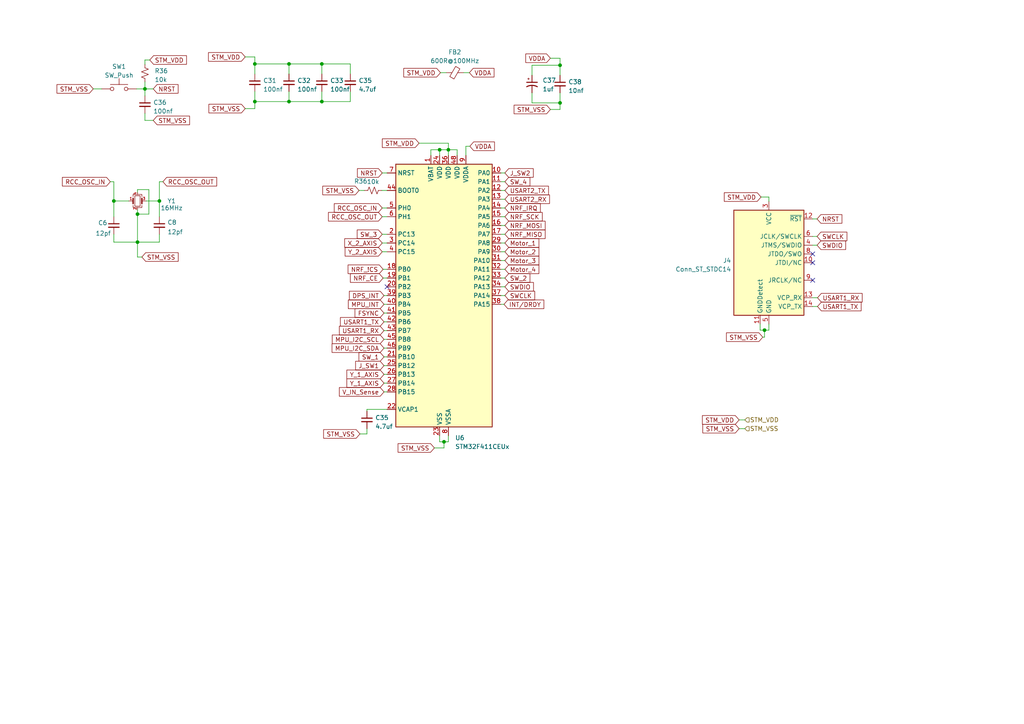
<source format=kicad_sch>
(kicad_sch
	(version 20231120)
	(generator "eeschema")
	(generator_version "8.0")
	(uuid "7d299437-2681-465d-8cd3-5b250e78dbaa")
	(paper "A4")
	(lib_symbols
		(symbol "Connector:Conn_ST_STDC14"
			(exclude_from_sim no)
			(in_bom yes)
			(on_board yes)
			(property "Reference" "J"
				(at -8.89 16.51 0)
				(effects
					(font
						(size 1.27 1.27)
					)
					(justify right)
				)
			)
			(property "Value" "Conn_ST_STDC14"
				(at 17.78 16.51 0)
				(effects
					(font
						(size 1.27 1.27)
					)
					(justify right bottom)
				)
			)
			(property "Footprint" ""
				(at 0 0 0)
				(effects
					(font
						(size 1.27 1.27)
					)
					(hide yes)
				)
			)
			(property "Datasheet" "https://www.st.com/content/ccc/resource/technical/document/user_manual/group1/99/49/91/b6/b2/3a/46/e5/DM00526767/files/DM00526767.pdf/jcr:content/translations/en.DM00526767.pdf"
				(at -8.89 -31.75 90)
				(effects
					(font
						(size 1.27 1.27)
					)
					(hide yes)
				)
			)
			(property "Description" "ST Debug Connector, standard ARM Cortex-M SWD and JTAG interface plus UART"
				(at 0 0 0)
				(effects
					(font
						(size 1.27 1.27)
					)
					(hide yes)
				)
			)
			(property "ki_keywords" "ST STM32 Cortex Debug Connector ARM SWD JTAG"
				(at 0 0 0)
				(effects
					(font
						(size 1.27 1.27)
					)
					(hide yes)
				)
			)
			(property "ki_fp_filters" "PinHeader?2x07?P1.27mm*"
				(at 0 0 0)
				(effects
					(font
						(size 1.27 1.27)
					)
					(hide yes)
				)
			)
			(symbol "Conn_ST_STDC14_0_1"
				(rectangle
					(start -10.16 15.24)
					(end 10.16 -15.24)
					(stroke
						(width 0.254)
						(type default)
					)
					(fill
						(type background)
					)
				)
			)
			(symbol "Conn_ST_STDC14_1_1"
				(pin no_connect line
					(at -10.16 5.08 0)
					(length 2.54) hide
					(name "NC"
						(effects
							(font
								(size 1.27 1.27)
							)
						)
					)
					(number "1"
						(effects
							(font
								(size 1.27 1.27)
							)
						)
					)
				)
				(pin output line
					(at 12.7 0 180)
					(length 2.54)
					(name "JTDI/NC"
						(effects
							(font
								(size 1.27 1.27)
							)
						)
					)
					(number "10"
						(effects
							(font
								(size 1.27 1.27)
							)
						)
					)
				)
				(pin passive line
					(at -2.54 -17.78 90)
					(length 2.54)
					(name "GNDDetect"
						(effects
							(font
								(size 1.27 1.27)
							)
						)
					)
					(number "11"
						(effects
							(font
								(size 1.27 1.27)
							)
						)
					)
				)
				(pin open_collector line
					(at 12.7 12.7 180)
					(length 2.54)
					(name "~{RST}"
						(effects
							(font
								(size 1.27 1.27)
							)
						)
					)
					(number "12"
						(effects
							(font
								(size 1.27 1.27)
							)
						)
					)
				)
				(pin output line
					(at 12.7 -10.16 180)
					(length 2.54)
					(name "VCP_RX"
						(effects
							(font
								(size 1.27 1.27)
							)
						)
					)
					(number "13"
						(effects
							(font
								(size 1.27 1.27)
							)
						)
					)
				)
				(pin input line
					(at 12.7 -12.7 180)
					(length 2.54)
					(name "VCP_TX"
						(effects
							(font
								(size 1.27 1.27)
							)
						)
					)
					(number "14"
						(effects
							(font
								(size 1.27 1.27)
							)
						)
					)
				)
				(pin no_connect line
					(at -10.16 2.54 0)
					(length 2.54) hide
					(name "NC"
						(effects
							(font
								(size 1.27 1.27)
							)
						)
					)
					(number "2"
						(effects
							(font
								(size 1.27 1.27)
							)
						)
					)
				)
				(pin power_in line
					(at 0 17.78 270)
					(length 2.54)
					(name "VCC"
						(effects
							(font
								(size 1.27 1.27)
							)
						)
					)
					(number "3"
						(effects
							(font
								(size 1.27 1.27)
							)
						)
					)
				)
				(pin bidirectional line
					(at 12.7 5.08 180)
					(length 2.54)
					(name "JTMS/SWDIO"
						(effects
							(font
								(size 1.27 1.27)
							)
						)
					)
					(number "4"
						(effects
							(font
								(size 1.27 1.27)
							)
						)
					)
				)
				(pin power_in line
					(at 0 -17.78 90)
					(length 2.54)
					(name "GND"
						(effects
							(font
								(size 1.27 1.27)
							)
						)
					)
					(number "5"
						(effects
							(font
								(size 1.27 1.27)
							)
						)
					)
				)
				(pin output line
					(at 12.7 7.62 180)
					(length 2.54)
					(name "JCLK/SWCLK"
						(effects
							(font
								(size 1.27 1.27)
							)
						)
					)
					(number "6"
						(effects
							(font
								(size 1.27 1.27)
							)
						)
					)
				)
				(pin passive line
					(at 0 -17.78 90)
					(length 2.54) hide
					(name "GND"
						(effects
							(font
								(size 1.27 1.27)
							)
						)
					)
					(number "7"
						(effects
							(font
								(size 1.27 1.27)
							)
						)
					)
				)
				(pin input line
					(at 12.7 2.54 180)
					(length 2.54)
					(name "JTDO/SWO"
						(effects
							(font
								(size 1.27 1.27)
							)
						)
					)
					(number "8"
						(effects
							(font
								(size 1.27 1.27)
							)
						)
					)
				)
				(pin input line
					(at 12.7 -5.08 180)
					(length 2.54)
					(name "JRCLK/NC"
						(effects
							(font
								(size 1.27 1.27)
							)
						)
					)
					(number "9"
						(effects
							(font
								(size 1.27 1.27)
							)
						)
					)
				)
			)
		)
		(symbol "Device:C_Polarized_Small_US"
			(pin_numbers hide)
			(pin_names
				(offset 0.254) hide)
			(exclude_from_sim no)
			(in_bom yes)
			(on_board yes)
			(property "Reference" "C"
				(at 0.254 1.778 0)
				(effects
					(font
						(size 1.27 1.27)
					)
					(justify left)
				)
			)
			(property "Value" "C_Polarized_Small_US"
				(at 0.254 -2.032 0)
				(effects
					(font
						(size 1.27 1.27)
					)
					(justify left)
				)
			)
			(property "Footprint" ""
				(at 0 0 0)
				(effects
					(font
						(size 1.27 1.27)
					)
					(hide yes)
				)
			)
			(property "Datasheet" "~"
				(at 0 0 0)
				(effects
					(font
						(size 1.27 1.27)
					)
					(hide yes)
				)
			)
			(property "Description" "Polarized capacitor, small US symbol"
				(at 0 0 0)
				(effects
					(font
						(size 1.27 1.27)
					)
					(hide yes)
				)
			)
			(property "ki_keywords" "cap capacitor"
				(at 0 0 0)
				(effects
					(font
						(size 1.27 1.27)
					)
					(hide yes)
				)
			)
			(property "ki_fp_filters" "CP_*"
				(at 0 0 0)
				(effects
					(font
						(size 1.27 1.27)
					)
					(hide yes)
				)
			)
			(symbol "C_Polarized_Small_US_0_1"
				(polyline
					(pts
						(xy -1.524 0.508) (xy 1.524 0.508)
					)
					(stroke
						(width 0.3048)
						(type default)
					)
					(fill
						(type none)
					)
				)
				(polyline
					(pts
						(xy -1.27 1.524) (xy -0.762 1.524)
					)
					(stroke
						(width 0)
						(type default)
					)
					(fill
						(type none)
					)
				)
				(polyline
					(pts
						(xy -1.016 1.27) (xy -1.016 1.778)
					)
					(stroke
						(width 0)
						(type default)
					)
					(fill
						(type none)
					)
				)
				(arc
					(start 1.524 -0.762)
					(mid 0 -0.3734)
					(end -1.524 -0.762)
					(stroke
						(width 0.3048)
						(type default)
					)
					(fill
						(type none)
					)
				)
			)
			(symbol "C_Polarized_Small_US_1_1"
				(pin passive line
					(at 0 2.54 270)
					(length 2.032)
					(name "~"
						(effects
							(font
								(size 1.27 1.27)
							)
						)
					)
					(number "1"
						(effects
							(font
								(size 1.27 1.27)
							)
						)
					)
				)
				(pin passive line
					(at 0 -2.54 90)
					(length 2.032)
					(name "~"
						(effects
							(font
								(size 1.27 1.27)
							)
						)
					)
					(number "2"
						(effects
							(font
								(size 1.27 1.27)
							)
						)
					)
				)
			)
		)
		(symbol "Device:C_Small"
			(pin_numbers hide)
			(pin_names
				(offset 0.254) hide)
			(exclude_from_sim no)
			(in_bom yes)
			(on_board yes)
			(property "Reference" "C"
				(at 0.254 1.778 0)
				(effects
					(font
						(size 1.27 1.27)
					)
					(justify left)
				)
			)
			(property "Value" "C_Small"
				(at 0.254 -2.032 0)
				(effects
					(font
						(size 1.27 1.27)
					)
					(justify left)
				)
			)
			(property "Footprint" ""
				(at 0 0 0)
				(effects
					(font
						(size 1.27 1.27)
					)
					(hide yes)
				)
			)
			(property "Datasheet" "~"
				(at 0 0 0)
				(effects
					(font
						(size 1.27 1.27)
					)
					(hide yes)
				)
			)
			(property "Description" "Unpolarized capacitor, small symbol"
				(at 0 0 0)
				(effects
					(font
						(size 1.27 1.27)
					)
					(hide yes)
				)
			)
			(property "ki_keywords" "capacitor cap"
				(at 0 0 0)
				(effects
					(font
						(size 1.27 1.27)
					)
					(hide yes)
				)
			)
			(property "ki_fp_filters" "C_*"
				(at 0 0 0)
				(effects
					(font
						(size 1.27 1.27)
					)
					(hide yes)
				)
			)
			(symbol "C_Small_0_1"
				(polyline
					(pts
						(xy -1.524 -0.508) (xy 1.524 -0.508)
					)
					(stroke
						(width 0.3302)
						(type default)
					)
					(fill
						(type none)
					)
				)
				(polyline
					(pts
						(xy -1.524 0.508) (xy 1.524 0.508)
					)
					(stroke
						(width 0.3048)
						(type default)
					)
					(fill
						(type none)
					)
				)
			)
			(symbol "C_Small_1_1"
				(pin passive line
					(at 0 2.54 270)
					(length 2.032)
					(name "~"
						(effects
							(font
								(size 1.27 1.27)
							)
						)
					)
					(number "1"
						(effects
							(font
								(size 1.27 1.27)
							)
						)
					)
				)
				(pin passive line
					(at 0 -2.54 90)
					(length 2.032)
					(name "~"
						(effects
							(font
								(size 1.27 1.27)
							)
						)
					)
					(number "2"
						(effects
							(font
								(size 1.27 1.27)
							)
						)
					)
				)
			)
		)
		(symbol "Device:Crystal_GND24_Small"
			(pin_names
				(offset 1.016) hide)
			(exclude_from_sim no)
			(in_bom yes)
			(on_board yes)
			(property "Reference" "Y"
				(at 1.27 4.445 0)
				(effects
					(font
						(size 1.27 1.27)
					)
					(justify left)
				)
			)
			(property "Value" "Crystal_GND24_Small"
				(at 1.27 2.54 0)
				(effects
					(font
						(size 1.27 1.27)
					)
					(justify left)
				)
			)
			(property "Footprint" ""
				(at 0 0 0)
				(effects
					(font
						(size 1.27 1.27)
					)
					(hide yes)
				)
			)
			(property "Datasheet" "~"
				(at 0 0 0)
				(effects
					(font
						(size 1.27 1.27)
					)
					(hide yes)
				)
			)
			(property "Description" "Four pin crystal, GND on pins 2 and 4, small symbol"
				(at 0 0 0)
				(effects
					(font
						(size 1.27 1.27)
					)
					(hide yes)
				)
			)
			(property "ki_keywords" "quartz ceramic resonator oscillator"
				(at 0 0 0)
				(effects
					(font
						(size 1.27 1.27)
					)
					(hide yes)
				)
			)
			(property "ki_fp_filters" "Crystal*"
				(at 0 0 0)
				(effects
					(font
						(size 1.27 1.27)
					)
					(hide yes)
				)
			)
			(symbol "Crystal_GND24_Small_0_1"
				(rectangle
					(start -0.762 -1.524)
					(end 0.762 1.524)
					(stroke
						(width 0)
						(type default)
					)
					(fill
						(type none)
					)
				)
				(polyline
					(pts
						(xy -1.27 -0.762) (xy -1.27 0.762)
					)
					(stroke
						(width 0.381)
						(type default)
					)
					(fill
						(type none)
					)
				)
				(polyline
					(pts
						(xy 1.27 -0.762) (xy 1.27 0.762)
					)
					(stroke
						(width 0.381)
						(type default)
					)
					(fill
						(type none)
					)
				)
				(polyline
					(pts
						(xy -1.27 -1.27) (xy -1.27 -1.905) (xy 1.27 -1.905) (xy 1.27 -1.27)
					)
					(stroke
						(width 0)
						(type default)
					)
					(fill
						(type none)
					)
				)
				(polyline
					(pts
						(xy -1.27 1.27) (xy -1.27 1.905) (xy 1.27 1.905) (xy 1.27 1.27)
					)
					(stroke
						(width 0)
						(type default)
					)
					(fill
						(type none)
					)
				)
			)
			(symbol "Crystal_GND24_Small_1_1"
				(pin passive line
					(at -2.54 0 0)
					(length 1.27)
					(name "1"
						(effects
							(font
								(size 1.27 1.27)
							)
						)
					)
					(number "1"
						(effects
							(font
								(size 0.762 0.762)
							)
						)
					)
				)
				(pin passive line
					(at 0 -2.54 90)
					(length 0.635)
					(name "2"
						(effects
							(font
								(size 1.27 1.27)
							)
						)
					)
					(number "2"
						(effects
							(font
								(size 0.762 0.762)
							)
						)
					)
				)
				(pin passive line
					(at 2.54 0 180)
					(length 1.27)
					(name "3"
						(effects
							(font
								(size 1.27 1.27)
							)
						)
					)
					(number "3"
						(effects
							(font
								(size 0.762 0.762)
							)
						)
					)
				)
				(pin passive line
					(at 0 2.54 270)
					(length 0.635)
					(name "4"
						(effects
							(font
								(size 1.27 1.27)
							)
						)
					)
					(number "4"
						(effects
							(font
								(size 0.762 0.762)
							)
						)
					)
				)
			)
		)
		(symbol "Device:FerriteBead_Small"
			(pin_numbers hide)
			(pin_names
				(offset 0)
			)
			(exclude_from_sim no)
			(in_bom yes)
			(on_board yes)
			(property "Reference" "FB"
				(at 1.905 1.27 0)
				(effects
					(font
						(size 1.27 1.27)
					)
					(justify left)
				)
			)
			(property "Value" "FerriteBead_Small"
				(at 1.905 -1.27 0)
				(effects
					(font
						(size 1.27 1.27)
					)
					(justify left)
				)
			)
			(property "Footprint" ""
				(at -1.778 0 90)
				(effects
					(font
						(size 1.27 1.27)
					)
					(hide yes)
				)
			)
			(property "Datasheet" "~"
				(at 0 0 0)
				(effects
					(font
						(size 1.27 1.27)
					)
					(hide yes)
				)
			)
			(property "Description" "Ferrite bead, small symbol"
				(at 0 0 0)
				(effects
					(font
						(size 1.27 1.27)
					)
					(hide yes)
				)
			)
			(property "ki_keywords" "L ferrite bead inductor filter"
				(at 0 0 0)
				(effects
					(font
						(size 1.27 1.27)
					)
					(hide yes)
				)
			)
			(property "ki_fp_filters" "Inductor_* L_* *Ferrite*"
				(at 0 0 0)
				(effects
					(font
						(size 1.27 1.27)
					)
					(hide yes)
				)
			)
			(symbol "FerriteBead_Small_0_1"
				(polyline
					(pts
						(xy 0 -1.27) (xy 0 -0.7874)
					)
					(stroke
						(width 0)
						(type default)
					)
					(fill
						(type none)
					)
				)
				(polyline
					(pts
						(xy 0 0.889) (xy 0 1.2954)
					)
					(stroke
						(width 0)
						(type default)
					)
					(fill
						(type none)
					)
				)
				(polyline
					(pts
						(xy -1.8288 0.2794) (xy -1.1176 1.4986) (xy 1.8288 -0.2032) (xy 1.1176 -1.4224) (xy -1.8288 0.2794)
					)
					(stroke
						(width 0)
						(type default)
					)
					(fill
						(type none)
					)
				)
			)
			(symbol "FerriteBead_Small_1_1"
				(pin passive line
					(at 0 2.54 270)
					(length 1.27)
					(name "~"
						(effects
							(font
								(size 1.27 1.27)
							)
						)
					)
					(number "1"
						(effects
							(font
								(size 1.27 1.27)
							)
						)
					)
				)
				(pin passive line
					(at 0 -2.54 90)
					(length 1.27)
					(name "~"
						(effects
							(font
								(size 1.27 1.27)
							)
						)
					)
					(number "2"
						(effects
							(font
								(size 1.27 1.27)
							)
						)
					)
				)
			)
		)
		(symbol "Device:R_Small_US"
			(pin_numbers hide)
			(pin_names
				(offset 0.254) hide)
			(exclude_from_sim no)
			(in_bom yes)
			(on_board yes)
			(property "Reference" "R"
				(at 0.762 0.508 0)
				(effects
					(font
						(size 1.27 1.27)
					)
					(justify left)
				)
			)
			(property "Value" "R_Small_US"
				(at 0.762 -1.016 0)
				(effects
					(font
						(size 1.27 1.27)
					)
					(justify left)
				)
			)
			(property "Footprint" ""
				(at 0 0 0)
				(effects
					(font
						(size 1.27 1.27)
					)
					(hide yes)
				)
			)
			(property "Datasheet" "~"
				(at 0 0 0)
				(effects
					(font
						(size 1.27 1.27)
					)
					(hide yes)
				)
			)
			(property "Description" "Resistor, small US symbol"
				(at 0 0 0)
				(effects
					(font
						(size 1.27 1.27)
					)
					(hide yes)
				)
			)
			(property "ki_keywords" "r resistor"
				(at 0 0 0)
				(effects
					(font
						(size 1.27 1.27)
					)
					(hide yes)
				)
			)
			(property "ki_fp_filters" "R_*"
				(at 0 0 0)
				(effects
					(font
						(size 1.27 1.27)
					)
					(hide yes)
				)
			)
			(symbol "R_Small_US_1_1"
				(polyline
					(pts
						(xy 0 0) (xy 1.016 -0.381) (xy 0 -0.762) (xy -1.016 -1.143) (xy 0 -1.524)
					)
					(stroke
						(width 0)
						(type default)
					)
					(fill
						(type none)
					)
				)
				(polyline
					(pts
						(xy 0 1.524) (xy 1.016 1.143) (xy 0 0.762) (xy -1.016 0.381) (xy 0 0)
					)
					(stroke
						(width 0)
						(type default)
					)
					(fill
						(type none)
					)
				)
				(pin passive line
					(at 0 2.54 270)
					(length 1.016)
					(name "~"
						(effects
							(font
								(size 1.27 1.27)
							)
						)
					)
					(number "1"
						(effects
							(font
								(size 1.27 1.27)
							)
						)
					)
				)
				(pin passive line
					(at 0 -2.54 90)
					(length 1.016)
					(name "~"
						(effects
							(font
								(size 1.27 1.27)
							)
						)
					)
					(number "2"
						(effects
							(font
								(size 1.27 1.27)
							)
						)
					)
				)
			)
		)
		(symbol "MCU_ST_STM32F4:STM32F411CEUx"
			(exclude_from_sim no)
			(in_bom yes)
			(on_board yes)
			(property "Reference" "U"
				(at -12.7 39.37 0)
				(effects
					(font
						(size 1.27 1.27)
					)
					(justify left)
				)
			)
			(property "Value" "STM32F411CEUx"
				(at 10.16 39.37 0)
				(effects
					(font
						(size 1.27 1.27)
					)
					(justify left)
				)
			)
			(property "Footprint" "Package_DFN_QFN:QFN-48-1EP_7x7mm_P0.5mm_EP5.6x5.6mm"
				(at -12.7 -38.1 0)
				(effects
					(font
						(size 1.27 1.27)
					)
					(justify right)
					(hide yes)
				)
			)
			(property "Datasheet" "https://www.st.com/resource/en/datasheet/stm32f411ce.pdf"
				(at 0 0 0)
				(effects
					(font
						(size 1.27 1.27)
					)
					(hide yes)
				)
			)
			(property "Description" "STMicroelectronics Arm Cortex-M4 MCU, 512KB flash, 128KB RAM, 100 MHz, 1.7-3.6V, 36 GPIO, UFQFPN48"
				(at 0 0 0)
				(effects
					(font
						(size 1.27 1.27)
					)
					(hide yes)
				)
			)
			(property "ki_locked" ""
				(at 0 0 0)
				(effects
					(font
						(size 1.27 1.27)
					)
				)
			)
			(property "ki_keywords" "Arm Cortex-M4 STM32F4 STM32F411"
				(at 0 0 0)
				(effects
					(font
						(size 1.27 1.27)
					)
					(hide yes)
				)
			)
			(property "ki_fp_filters" "QFN*1EP*7x7mm*P0.5mm*"
				(at 0 0 0)
				(effects
					(font
						(size 1.27 1.27)
					)
					(hide yes)
				)
			)
			(symbol "STM32F411CEUx_0_1"
				(rectangle
					(start -12.7 -38.1)
					(end 15.24 38.1)
					(stroke
						(width 0.254)
						(type default)
					)
					(fill
						(type background)
					)
				)
			)
			(symbol "STM32F411CEUx_1_1"
				(pin power_in line
					(at -2.54 40.64 270)
					(length 2.54)
					(name "VBAT"
						(effects
							(font
								(size 1.27 1.27)
							)
						)
					)
					(number "1"
						(effects
							(font
								(size 1.27 1.27)
							)
						)
					)
				)
				(pin bidirectional line
					(at 17.78 35.56 180)
					(length 2.54)
					(name "PA0"
						(effects
							(font
								(size 1.27 1.27)
							)
						)
					)
					(number "10"
						(effects
							(font
								(size 1.27 1.27)
							)
						)
					)
					(alternate "ADC1_IN0" bidirectional line)
					(alternate "SYS_WKUP" bidirectional line)
					(alternate "TIM2_CH1" bidirectional line)
					(alternate "TIM2_ETR" bidirectional line)
					(alternate "TIM5_CH1" bidirectional line)
					(alternate "USART2_CTS" bidirectional line)
				)
				(pin bidirectional line
					(at 17.78 33.02 180)
					(length 2.54)
					(name "PA1"
						(effects
							(font
								(size 1.27 1.27)
							)
						)
					)
					(number "11"
						(effects
							(font
								(size 1.27 1.27)
							)
						)
					)
					(alternate "ADC1_IN1" bidirectional line)
					(alternate "I2S4_SD" bidirectional line)
					(alternate "SPI4_MOSI" bidirectional line)
					(alternate "TIM2_CH2" bidirectional line)
					(alternate "TIM5_CH2" bidirectional line)
					(alternate "USART2_RTS" bidirectional line)
				)
				(pin bidirectional line
					(at 17.78 30.48 180)
					(length 2.54)
					(name "PA2"
						(effects
							(font
								(size 1.27 1.27)
							)
						)
					)
					(number "12"
						(effects
							(font
								(size 1.27 1.27)
							)
						)
					)
					(alternate "ADC1_IN2" bidirectional line)
					(alternate "I2S_CKIN" bidirectional line)
					(alternate "TIM2_CH3" bidirectional line)
					(alternate "TIM5_CH3" bidirectional line)
					(alternate "TIM9_CH1" bidirectional line)
					(alternate "USART2_TX" bidirectional line)
				)
				(pin bidirectional line
					(at 17.78 27.94 180)
					(length 2.54)
					(name "PA3"
						(effects
							(font
								(size 1.27 1.27)
							)
						)
					)
					(number "13"
						(effects
							(font
								(size 1.27 1.27)
							)
						)
					)
					(alternate "ADC1_IN3" bidirectional line)
					(alternate "I2S2_MCK" bidirectional line)
					(alternate "TIM2_CH4" bidirectional line)
					(alternate "TIM5_CH4" bidirectional line)
					(alternate "TIM9_CH2" bidirectional line)
					(alternate "USART2_RX" bidirectional line)
				)
				(pin bidirectional line
					(at 17.78 25.4 180)
					(length 2.54)
					(name "PA4"
						(effects
							(font
								(size 1.27 1.27)
							)
						)
					)
					(number "14"
						(effects
							(font
								(size 1.27 1.27)
							)
						)
					)
					(alternate "ADC1_IN4" bidirectional line)
					(alternate "I2S1_WS" bidirectional line)
					(alternate "I2S3_WS" bidirectional line)
					(alternate "SPI1_NSS" bidirectional line)
					(alternate "SPI3_NSS" bidirectional line)
					(alternate "USART2_CK" bidirectional line)
				)
				(pin bidirectional line
					(at 17.78 22.86 180)
					(length 2.54)
					(name "PA5"
						(effects
							(font
								(size 1.27 1.27)
							)
						)
					)
					(number "15"
						(effects
							(font
								(size 1.27 1.27)
							)
						)
					)
					(alternate "ADC1_IN5" bidirectional line)
					(alternate "I2S1_CK" bidirectional line)
					(alternate "SPI1_SCK" bidirectional line)
					(alternate "TIM2_CH1" bidirectional line)
					(alternate "TIM2_ETR" bidirectional line)
				)
				(pin bidirectional line
					(at 17.78 20.32 180)
					(length 2.54)
					(name "PA6"
						(effects
							(font
								(size 1.27 1.27)
							)
						)
					)
					(number "16"
						(effects
							(font
								(size 1.27 1.27)
							)
						)
					)
					(alternate "ADC1_IN6" bidirectional line)
					(alternate "I2S2_MCK" bidirectional line)
					(alternate "SDIO_CMD" bidirectional line)
					(alternate "SPI1_MISO" bidirectional line)
					(alternate "TIM1_BKIN" bidirectional line)
					(alternate "TIM3_CH1" bidirectional line)
				)
				(pin bidirectional line
					(at 17.78 17.78 180)
					(length 2.54)
					(name "PA7"
						(effects
							(font
								(size 1.27 1.27)
							)
						)
					)
					(number "17"
						(effects
							(font
								(size 1.27 1.27)
							)
						)
					)
					(alternate "ADC1_IN7" bidirectional line)
					(alternate "I2S1_SD" bidirectional line)
					(alternate "SPI1_MOSI" bidirectional line)
					(alternate "TIM1_CH1N" bidirectional line)
					(alternate "TIM3_CH2" bidirectional line)
				)
				(pin bidirectional line
					(at -15.24 7.62 0)
					(length 2.54)
					(name "PB0"
						(effects
							(font
								(size 1.27 1.27)
							)
						)
					)
					(number "18"
						(effects
							(font
								(size 1.27 1.27)
							)
						)
					)
					(alternate "ADC1_IN8" bidirectional line)
					(alternate "I2S5_CK" bidirectional line)
					(alternate "SPI5_SCK" bidirectional line)
					(alternate "TIM1_CH2N" bidirectional line)
					(alternate "TIM3_CH3" bidirectional line)
				)
				(pin bidirectional line
					(at -15.24 5.08 0)
					(length 2.54)
					(name "PB1"
						(effects
							(font
								(size 1.27 1.27)
							)
						)
					)
					(number "19"
						(effects
							(font
								(size 1.27 1.27)
							)
						)
					)
					(alternate "ADC1_IN9" bidirectional line)
					(alternate "I2S5_WS" bidirectional line)
					(alternate "SPI5_NSS" bidirectional line)
					(alternate "TIM1_CH3N" bidirectional line)
					(alternate "TIM3_CH4" bidirectional line)
				)
				(pin bidirectional line
					(at -15.24 17.78 0)
					(length 2.54)
					(name "PC13"
						(effects
							(font
								(size 1.27 1.27)
							)
						)
					)
					(number "2"
						(effects
							(font
								(size 1.27 1.27)
							)
						)
					)
					(alternate "RTC_AF1" bidirectional line)
				)
				(pin bidirectional line
					(at -15.24 2.54 0)
					(length 2.54)
					(name "PB2"
						(effects
							(font
								(size 1.27 1.27)
							)
						)
					)
					(number "20"
						(effects
							(font
								(size 1.27 1.27)
							)
						)
					)
				)
				(pin bidirectional line
					(at -15.24 -17.78 0)
					(length 2.54)
					(name "PB10"
						(effects
							(font
								(size 1.27 1.27)
							)
						)
					)
					(number "21"
						(effects
							(font
								(size 1.27 1.27)
							)
						)
					)
					(alternate "I2C2_SCL" bidirectional line)
					(alternate "I2S2_CK" bidirectional line)
					(alternate "I2S3_MCK" bidirectional line)
					(alternate "SDIO_D7" bidirectional line)
					(alternate "SPI2_SCK" bidirectional line)
					(alternate "TIM2_CH3" bidirectional line)
				)
				(pin power_out line
					(at -15.24 -33.02 0)
					(length 2.54)
					(name "VCAP1"
						(effects
							(font
								(size 1.27 1.27)
							)
						)
					)
					(number "22"
						(effects
							(font
								(size 1.27 1.27)
							)
						)
					)
				)
				(pin power_in line
					(at 0 -40.64 90)
					(length 2.54)
					(name "VSS"
						(effects
							(font
								(size 1.27 1.27)
							)
						)
					)
					(number "23"
						(effects
							(font
								(size 1.27 1.27)
							)
						)
					)
				)
				(pin power_in line
					(at 0 40.64 270)
					(length 2.54)
					(name "VDD"
						(effects
							(font
								(size 1.27 1.27)
							)
						)
					)
					(number "24"
						(effects
							(font
								(size 1.27 1.27)
							)
						)
					)
				)
				(pin bidirectional line
					(at -15.24 -20.32 0)
					(length 2.54)
					(name "PB12"
						(effects
							(font
								(size 1.27 1.27)
							)
						)
					)
					(number "25"
						(effects
							(font
								(size 1.27 1.27)
							)
						)
					)
					(alternate "I2C2_SMBA" bidirectional line)
					(alternate "I2S2_WS" bidirectional line)
					(alternate "I2S3_CK" bidirectional line)
					(alternate "I2S4_WS" bidirectional line)
					(alternate "SPI2_NSS" bidirectional line)
					(alternate "SPI3_SCK" bidirectional line)
					(alternate "SPI4_NSS" bidirectional line)
					(alternate "TIM1_BKIN" bidirectional line)
				)
				(pin bidirectional line
					(at -15.24 -22.86 0)
					(length 2.54)
					(name "PB13"
						(effects
							(font
								(size 1.27 1.27)
							)
						)
					)
					(number "26"
						(effects
							(font
								(size 1.27 1.27)
							)
						)
					)
					(alternate "I2S2_CK" bidirectional line)
					(alternate "I2S4_CK" bidirectional line)
					(alternate "SPI2_SCK" bidirectional line)
					(alternate "SPI4_SCK" bidirectional line)
					(alternate "TIM1_CH1N" bidirectional line)
				)
				(pin bidirectional line
					(at -15.24 -25.4 0)
					(length 2.54)
					(name "PB14"
						(effects
							(font
								(size 1.27 1.27)
							)
						)
					)
					(number "27"
						(effects
							(font
								(size 1.27 1.27)
							)
						)
					)
					(alternate "I2S2_ext_SD" bidirectional line)
					(alternate "SDIO_D6" bidirectional line)
					(alternate "SPI2_MISO" bidirectional line)
					(alternate "TIM1_CH2N" bidirectional line)
				)
				(pin bidirectional line
					(at -15.24 -27.94 0)
					(length 2.54)
					(name "PB15"
						(effects
							(font
								(size 1.27 1.27)
							)
						)
					)
					(number "28"
						(effects
							(font
								(size 1.27 1.27)
							)
						)
					)
					(alternate "ADC1_EXTI15" bidirectional line)
					(alternate "I2S2_SD" bidirectional line)
					(alternate "RTC_REFIN" bidirectional line)
					(alternate "SDIO_CK" bidirectional line)
					(alternate "SPI2_MOSI" bidirectional line)
					(alternate "TIM1_CH3N" bidirectional line)
				)
				(pin bidirectional line
					(at 17.78 15.24 180)
					(length 2.54)
					(name "PA8"
						(effects
							(font
								(size 1.27 1.27)
							)
						)
					)
					(number "29"
						(effects
							(font
								(size 1.27 1.27)
							)
						)
					)
					(alternate "I2C3_SCL" bidirectional line)
					(alternate "RCC_MCO_1" bidirectional line)
					(alternate "SDIO_D1" bidirectional line)
					(alternate "TIM1_CH1" bidirectional line)
					(alternate "USART1_CK" bidirectional line)
					(alternate "USB_OTG_FS_SOF" bidirectional line)
				)
				(pin bidirectional line
					(at -15.24 15.24 0)
					(length 2.54)
					(name "PC14"
						(effects
							(font
								(size 1.27 1.27)
							)
						)
					)
					(number "3"
						(effects
							(font
								(size 1.27 1.27)
							)
						)
					)
					(alternate "RCC_OSC32_IN" bidirectional line)
				)
				(pin bidirectional line
					(at 17.78 12.7 180)
					(length 2.54)
					(name "PA9"
						(effects
							(font
								(size 1.27 1.27)
							)
						)
					)
					(number "30"
						(effects
							(font
								(size 1.27 1.27)
							)
						)
					)
					(alternate "I2C3_SMBA" bidirectional line)
					(alternate "SDIO_D2" bidirectional line)
					(alternate "TIM1_CH2" bidirectional line)
					(alternate "USART1_TX" bidirectional line)
					(alternate "USB_OTG_FS_VBUS" bidirectional line)
				)
				(pin bidirectional line
					(at 17.78 10.16 180)
					(length 2.54)
					(name "PA10"
						(effects
							(font
								(size 1.27 1.27)
							)
						)
					)
					(number "31"
						(effects
							(font
								(size 1.27 1.27)
							)
						)
					)
					(alternate "I2S5_SD" bidirectional line)
					(alternate "SPI5_MOSI" bidirectional line)
					(alternate "TIM1_CH3" bidirectional line)
					(alternate "USART1_RX" bidirectional line)
					(alternate "USB_OTG_FS_ID" bidirectional line)
				)
				(pin bidirectional line
					(at 17.78 7.62 180)
					(length 2.54)
					(name "PA11"
						(effects
							(font
								(size 1.27 1.27)
							)
						)
					)
					(number "32"
						(effects
							(font
								(size 1.27 1.27)
							)
						)
					)
					(alternate "ADC1_EXTI11" bidirectional line)
					(alternate "SPI4_MISO" bidirectional line)
					(alternate "TIM1_CH4" bidirectional line)
					(alternate "USART1_CTS" bidirectional line)
					(alternate "USART6_TX" bidirectional line)
					(alternate "USB_OTG_FS_DM" bidirectional line)
				)
				(pin bidirectional line
					(at 17.78 5.08 180)
					(length 2.54)
					(name "PA12"
						(effects
							(font
								(size 1.27 1.27)
							)
						)
					)
					(number "33"
						(effects
							(font
								(size 1.27 1.27)
							)
						)
					)
					(alternate "SPI5_MISO" bidirectional line)
					(alternate "TIM1_ETR" bidirectional line)
					(alternate "USART1_RTS" bidirectional line)
					(alternate "USART6_RX" bidirectional line)
					(alternate "USB_OTG_FS_DP" bidirectional line)
				)
				(pin bidirectional line
					(at 17.78 2.54 180)
					(length 2.54)
					(name "PA13"
						(effects
							(font
								(size 1.27 1.27)
							)
						)
					)
					(number "34"
						(effects
							(font
								(size 1.27 1.27)
							)
						)
					)
					(alternate "SYS_JTMS-SWDIO" bidirectional line)
				)
				(pin passive line
					(at 0 -40.64 90)
					(length 2.54) hide
					(name "VSS"
						(effects
							(font
								(size 1.27 1.27)
							)
						)
					)
					(number "35"
						(effects
							(font
								(size 1.27 1.27)
							)
						)
					)
				)
				(pin power_in line
					(at 2.54 40.64 270)
					(length 2.54)
					(name "VDD"
						(effects
							(font
								(size 1.27 1.27)
							)
						)
					)
					(number "36"
						(effects
							(font
								(size 1.27 1.27)
							)
						)
					)
				)
				(pin bidirectional line
					(at 17.78 0 180)
					(length 2.54)
					(name "PA14"
						(effects
							(font
								(size 1.27 1.27)
							)
						)
					)
					(number "37"
						(effects
							(font
								(size 1.27 1.27)
							)
						)
					)
					(alternate "SYS_JTCK-SWCLK" bidirectional line)
				)
				(pin bidirectional line
					(at 17.78 -2.54 180)
					(length 2.54)
					(name "PA15"
						(effects
							(font
								(size 1.27 1.27)
							)
						)
					)
					(number "38"
						(effects
							(font
								(size 1.27 1.27)
							)
						)
					)
					(alternate "ADC1_EXTI15" bidirectional line)
					(alternate "I2S1_WS" bidirectional line)
					(alternate "I2S3_WS" bidirectional line)
					(alternate "SPI1_NSS" bidirectional line)
					(alternate "SPI3_NSS" bidirectional line)
					(alternate "SYS_JTDI" bidirectional line)
					(alternate "TIM2_CH1" bidirectional line)
					(alternate "TIM2_ETR" bidirectional line)
					(alternate "USART1_TX" bidirectional line)
				)
				(pin bidirectional line
					(at -15.24 0 0)
					(length 2.54)
					(name "PB3"
						(effects
							(font
								(size 1.27 1.27)
							)
						)
					)
					(number "39"
						(effects
							(font
								(size 1.27 1.27)
							)
						)
					)
					(alternate "I2C2_SDA" bidirectional line)
					(alternate "I2S1_CK" bidirectional line)
					(alternate "I2S3_CK" bidirectional line)
					(alternate "SPI1_SCK" bidirectional line)
					(alternate "SPI3_SCK" bidirectional line)
					(alternate "SYS_JTDO-SWO" bidirectional line)
					(alternate "TIM2_CH2" bidirectional line)
					(alternate "USART1_RX" bidirectional line)
				)
				(pin bidirectional line
					(at -15.24 12.7 0)
					(length 2.54)
					(name "PC15"
						(effects
							(font
								(size 1.27 1.27)
							)
						)
					)
					(number "4"
						(effects
							(font
								(size 1.27 1.27)
							)
						)
					)
					(alternate "ADC1_EXTI15" bidirectional line)
					(alternate "RCC_OSC32_OUT" bidirectional line)
				)
				(pin bidirectional line
					(at -15.24 -2.54 0)
					(length 2.54)
					(name "PB4"
						(effects
							(font
								(size 1.27 1.27)
							)
						)
					)
					(number "40"
						(effects
							(font
								(size 1.27 1.27)
							)
						)
					)
					(alternate "I2C3_SDA" bidirectional line)
					(alternate "I2S3_ext_SD" bidirectional line)
					(alternate "SDIO_D0" bidirectional line)
					(alternate "SPI1_MISO" bidirectional line)
					(alternate "SPI3_MISO" bidirectional line)
					(alternate "SYS_JTRST" bidirectional line)
					(alternate "TIM3_CH1" bidirectional line)
				)
				(pin bidirectional line
					(at -15.24 -5.08 0)
					(length 2.54)
					(name "PB5"
						(effects
							(font
								(size 1.27 1.27)
							)
						)
					)
					(number "41"
						(effects
							(font
								(size 1.27 1.27)
							)
						)
					)
					(alternate "I2C1_SMBA" bidirectional line)
					(alternate "I2S1_SD" bidirectional line)
					(alternate "I2S3_SD" bidirectional line)
					(alternate "SDIO_D3" bidirectional line)
					(alternate "SPI1_MOSI" bidirectional line)
					(alternate "SPI3_MOSI" bidirectional line)
					(alternate "TIM3_CH2" bidirectional line)
				)
				(pin bidirectional line
					(at -15.24 -7.62 0)
					(length 2.54)
					(name "PB6"
						(effects
							(font
								(size 1.27 1.27)
							)
						)
					)
					(number "42"
						(effects
							(font
								(size 1.27 1.27)
							)
						)
					)
					(alternate "I2C1_SCL" bidirectional line)
					(alternate "TIM4_CH1" bidirectional line)
					(alternate "USART1_TX" bidirectional line)
				)
				(pin bidirectional line
					(at -15.24 -10.16 0)
					(length 2.54)
					(name "PB7"
						(effects
							(font
								(size 1.27 1.27)
							)
						)
					)
					(number "43"
						(effects
							(font
								(size 1.27 1.27)
							)
						)
					)
					(alternate "I2C1_SDA" bidirectional line)
					(alternate "SDIO_D0" bidirectional line)
					(alternate "TIM4_CH2" bidirectional line)
					(alternate "USART1_RX" bidirectional line)
				)
				(pin input line
					(at -15.24 30.48 0)
					(length 2.54)
					(name "BOOT0"
						(effects
							(font
								(size 1.27 1.27)
							)
						)
					)
					(number "44"
						(effects
							(font
								(size 1.27 1.27)
							)
						)
					)
				)
				(pin bidirectional line
					(at -15.24 -12.7 0)
					(length 2.54)
					(name "PB8"
						(effects
							(font
								(size 1.27 1.27)
							)
						)
					)
					(number "45"
						(effects
							(font
								(size 1.27 1.27)
							)
						)
					)
					(alternate "I2C1_SCL" bidirectional line)
					(alternate "I2C3_SDA" bidirectional line)
					(alternate "I2S5_SD" bidirectional line)
					(alternate "SDIO_D4" bidirectional line)
					(alternate "SPI5_MOSI" bidirectional line)
					(alternate "TIM10_CH1" bidirectional line)
					(alternate "TIM4_CH3" bidirectional line)
				)
				(pin bidirectional line
					(at -15.24 -15.24 0)
					(length 2.54)
					(name "PB9"
						(effects
							(font
								(size 1.27 1.27)
							)
						)
					)
					(number "46"
						(effects
							(font
								(size 1.27 1.27)
							)
						)
					)
					(alternate "I2C1_SDA" bidirectional line)
					(alternate "I2C2_SDA" bidirectional line)
					(alternate "I2S2_WS" bidirectional line)
					(alternate "SDIO_D5" bidirectional line)
					(alternate "SPI2_NSS" bidirectional line)
					(alternate "TIM11_CH1" bidirectional line)
					(alternate "TIM4_CH4" bidirectional line)
				)
				(pin passive line
					(at 0 -40.64 90)
					(length 2.54) hide
					(name "VSS"
						(effects
							(font
								(size 1.27 1.27)
							)
						)
					)
					(number "47"
						(effects
							(font
								(size 1.27 1.27)
							)
						)
					)
				)
				(pin power_in line
					(at 5.08 40.64 270)
					(length 2.54)
					(name "VDD"
						(effects
							(font
								(size 1.27 1.27)
							)
						)
					)
					(number "48"
						(effects
							(font
								(size 1.27 1.27)
							)
						)
					)
				)
				(pin passive line
					(at 0 -40.64 90)
					(length 2.54) hide
					(name "VSS"
						(effects
							(font
								(size 1.27 1.27)
							)
						)
					)
					(number "49"
						(effects
							(font
								(size 1.27 1.27)
							)
						)
					)
				)
				(pin bidirectional line
					(at -15.24 25.4 0)
					(length 2.54)
					(name "PH0"
						(effects
							(font
								(size 1.27 1.27)
							)
						)
					)
					(number "5"
						(effects
							(font
								(size 1.27 1.27)
							)
						)
					)
					(alternate "RCC_OSC_IN" bidirectional line)
				)
				(pin bidirectional line
					(at -15.24 22.86 0)
					(length 2.54)
					(name "PH1"
						(effects
							(font
								(size 1.27 1.27)
							)
						)
					)
					(number "6"
						(effects
							(font
								(size 1.27 1.27)
							)
						)
					)
					(alternate "RCC_OSC_OUT" bidirectional line)
				)
				(pin input line
					(at -15.24 35.56 0)
					(length 2.54)
					(name "NRST"
						(effects
							(font
								(size 1.27 1.27)
							)
						)
					)
					(number "7"
						(effects
							(font
								(size 1.27 1.27)
							)
						)
					)
				)
				(pin power_in line
					(at 2.54 -40.64 90)
					(length 2.54)
					(name "VSSA"
						(effects
							(font
								(size 1.27 1.27)
							)
						)
					)
					(number "8"
						(effects
							(font
								(size 1.27 1.27)
							)
						)
					)
				)
				(pin power_in line
					(at 7.62 40.64 270)
					(length 2.54)
					(name "VDDA"
						(effects
							(font
								(size 1.27 1.27)
							)
						)
					)
					(number "9"
						(effects
							(font
								(size 1.27 1.27)
							)
						)
					)
				)
			)
		)
		(symbol "Switch:SW_Push"
			(pin_numbers hide)
			(pin_names
				(offset 1.016) hide)
			(exclude_from_sim no)
			(in_bom yes)
			(on_board yes)
			(property "Reference" "SW"
				(at 1.27 2.54 0)
				(effects
					(font
						(size 1.27 1.27)
					)
					(justify left)
				)
			)
			(property "Value" "SW_Push"
				(at 0 -1.524 0)
				(effects
					(font
						(size 1.27 1.27)
					)
				)
			)
			(property "Footprint" ""
				(at 0 5.08 0)
				(effects
					(font
						(size 1.27 1.27)
					)
					(hide yes)
				)
			)
			(property "Datasheet" "~"
				(at 0 5.08 0)
				(effects
					(font
						(size 1.27 1.27)
					)
					(hide yes)
				)
			)
			(property "Description" "Push button switch, generic, two pins"
				(at 0 0 0)
				(effects
					(font
						(size 1.27 1.27)
					)
					(hide yes)
				)
			)
			(property "ki_keywords" "switch normally-open pushbutton push-button"
				(at 0 0 0)
				(effects
					(font
						(size 1.27 1.27)
					)
					(hide yes)
				)
			)
			(symbol "SW_Push_0_1"
				(circle
					(center -2.032 0)
					(radius 0.508)
					(stroke
						(width 0)
						(type default)
					)
					(fill
						(type none)
					)
				)
				(polyline
					(pts
						(xy 0 1.27) (xy 0 3.048)
					)
					(stroke
						(width 0)
						(type default)
					)
					(fill
						(type none)
					)
				)
				(polyline
					(pts
						(xy 2.54 1.27) (xy -2.54 1.27)
					)
					(stroke
						(width 0)
						(type default)
					)
					(fill
						(type none)
					)
				)
				(circle
					(center 2.032 0)
					(radius 0.508)
					(stroke
						(width 0)
						(type default)
					)
					(fill
						(type none)
					)
				)
				(pin passive line
					(at -5.08 0 0)
					(length 2.54)
					(name "1"
						(effects
							(font
								(size 1.27 1.27)
							)
						)
					)
					(number "1"
						(effects
							(font
								(size 1.27 1.27)
							)
						)
					)
				)
				(pin passive line
					(at 5.08 0 180)
					(length 2.54)
					(name "2"
						(effects
							(font
								(size 1.27 1.27)
							)
						)
					)
					(number "2"
						(effects
							(font
								(size 1.27 1.27)
							)
						)
					)
				)
			)
		)
	)
	(junction
		(at 83.82 29.464)
		(diameter 0)
		(color 0 0 0 0)
		(uuid "08983e4d-83ea-4bbe-ab10-0760a31916e2")
	)
	(junction
		(at 73.914 18.542)
		(diameter 0)
		(color 0 0 0 0)
		(uuid "18a31c44-7603-49cb-b8e7-6d869dfc03bf")
	)
	(junction
		(at 93.345 29.464)
		(diameter 0)
		(color 0 0 0 0)
		(uuid "2ceefa06-6057-4630-974c-40434d9f1769")
	)
	(junction
		(at 221.742 95.758)
		(diameter 0)
		(color 0 0 0 0)
		(uuid "33a55f95-bfee-4f2b-b980-49e0f2b65440")
	)
	(junction
		(at 128.778 128.143)
		(diameter 0)
		(color 0 0 0 0)
		(uuid "3be8843b-40d1-425e-979a-a732571f7685")
	)
	(junction
		(at 162.433 18.923)
		(diameter 0)
		(color 0 0 0 0)
		(uuid "4b11348f-7d7d-4c3d-89d4-db4df0f3a451")
	)
	(junction
		(at 46.228 58.293)
		(diameter 0)
		(color 0 0 0 0)
		(uuid "63c1ee51-3e0c-432c-850d-3dd35446acfe")
	)
	(junction
		(at 130.048 43.434)
		(diameter 0)
		(color 0 0 0 0)
		(uuid "7026521e-176f-4c76-999c-6fdd81627d05")
	)
	(junction
		(at 73.914 29.464)
		(diameter 0)
		(color 0 0 0 0)
		(uuid "7a25d351-a910-4716-b073-f9e68f776fb5")
	)
	(junction
		(at 42.037 25.781)
		(diameter 0)
		(color 0 0 0 0)
		(uuid "8b29f56f-b7f5-4f5c-b4a4-bcde571391f5")
	)
	(junction
		(at 33.02 58.293)
		(diameter 0)
		(color 0 0 0 0)
		(uuid "95802f04-80d7-4676-853a-e51615ee24a8")
	)
	(junction
		(at 83.82 18.542)
		(diameter 0)
		(color 0 0 0 0)
		(uuid "9897f1e8-b430-4e5e-99eb-66885afb111b")
	)
	(junction
		(at 127.508 43.434)
		(diameter 0)
		(color 0 0 0 0)
		(uuid "a1849e4e-a623-4e05-9e90-0549e7a640b9")
	)
	(junction
		(at 39.878 62.103)
		(diameter 0)
		(color 0 0 0 0)
		(uuid "b675f876-8978-4052-b88f-2abfbb7fe763")
	)
	(junction
		(at 39.878 70.231)
		(diameter 0)
		(color 0 0 0 0)
		(uuid "bd070ec9-62cc-42d8-9fb3-afc61ace04f3")
	)
	(junction
		(at 162.433 29.845)
		(diameter 0)
		(color 0 0 0 0)
		(uuid "c0df06ae-3ab6-4bb7-8e14-114d5b4dd0ce")
	)
	(junction
		(at 93.345 18.542)
		(diameter 0)
		(color 0 0 0 0)
		(uuid "e411761b-6248-4c7f-bfc1-c36a4e50fab0")
	)
	(no_connect
		(at 235.712 73.66)
		(uuid "0665d15d-1322-4b1d-9fee-ba29d865bcba")
	)
	(no_connect
		(at 235.712 81.28)
		(uuid "4622c591-83b8-4cb6-9261-1a243ae2e484")
	)
	(no_connect
		(at 112.268 83.185)
		(uuid "9cf6225e-5e63-4b64-89d7-779f7aee59e1")
	)
	(no_connect
		(at 235.712 76.2)
		(uuid "bd5d491b-6466-4264-bf9d-96d4a0e75c16")
	)
	(wire
		(pts
			(xy 73.914 18.542) (xy 83.82 18.542)
		)
		(stroke
			(width 0)
			(type default)
		)
		(uuid "01a637e5-839e-414f-881a-b526a6e9602d")
	)
	(wire
		(pts
			(xy 127.508 126.365) (xy 127.508 128.143)
		)
		(stroke
			(width 0)
			(type default)
		)
		(uuid "03b5a7c6-f796-48d4-8b3d-f12fa358dbb6")
	)
	(wire
		(pts
			(xy 132.588 43.434) (xy 132.588 45.085)
		)
		(stroke
			(width 0)
			(type default)
		)
		(uuid "03e0da9b-89b3-4164-aff0-83040aabfa1c")
	)
	(wire
		(pts
			(xy 145.288 67.945) (xy 146.431 67.945)
		)
		(stroke
			(width 0)
			(type default)
		)
		(uuid "03efa7af-6220-46ff-bd06-cb116bed4932")
	)
	(wire
		(pts
			(xy 110.744 55.245) (xy 112.268 55.245)
		)
		(stroke
			(width 0)
			(type default)
		)
		(uuid "04a65072-b96e-4d2e-a34f-37297c5c28e4")
	)
	(wire
		(pts
			(xy 130.048 43.434) (xy 132.588 43.434)
		)
		(stroke
			(width 0)
			(type default)
		)
		(uuid "073dc874-df77-4a52-9912-9cfe49aa52a6")
	)
	(wire
		(pts
			(xy 106.426 119.253) (xy 106.426 118.745)
		)
		(stroke
			(width 0)
			(type default)
		)
		(uuid "07e646de-b8a6-466d-9fc1-ee15b1ef685a")
	)
	(wire
		(pts
			(xy 83.82 21.463) (xy 83.82 18.542)
		)
		(stroke
			(width 0)
			(type default)
		)
		(uuid "08847a93-4c39-4af2-b799-87949dbdd91c")
	)
	(wire
		(pts
			(xy 46.228 52.705) (xy 47.244 52.705)
		)
		(stroke
			(width 0)
			(type default)
		)
		(uuid "0a35e6f6-fe11-4a8d-8a42-593c853f5803")
	)
	(wire
		(pts
			(xy 71.12 31.496) (xy 73.914 31.496)
		)
		(stroke
			(width 0)
			(type default)
		)
		(uuid "0aa90bd3-791d-4f2a-8277-48271049dea6")
	)
	(wire
		(pts
			(xy 159.639 16.891) (xy 162.433 16.891)
		)
		(stroke
			(width 0)
			(type default)
		)
		(uuid "0aae6397-4377-409d-b02f-12f5ec42eb32")
	)
	(wire
		(pts
			(xy 42.037 34.925) (xy 42.037 32.893)
		)
		(stroke
			(width 0)
			(type default)
		)
		(uuid "0ae7a83f-c91b-4e18-8d23-fd70d249f96e")
	)
	(wire
		(pts
			(xy 33.02 67.945) (xy 33.02 70.231)
		)
		(stroke
			(width 0)
			(type default)
		)
		(uuid "0b2987f2-08bc-4425-b098-9af44ddcd58b")
	)
	(wire
		(pts
			(xy 39.878 60.833) (xy 39.878 62.103)
		)
		(stroke
			(width 0)
			(type default)
		)
		(uuid "0b8a77fe-8cfb-4f6b-a774-70884d57c3cf")
	)
	(wire
		(pts
			(xy 111.379 100.965) (xy 112.268 100.965)
		)
		(stroke
			(width 0)
			(type default)
		)
		(uuid "0ca27489-1bd6-40c8-9314-e7afa672808c")
	)
	(wire
		(pts
			(xy 39.624 25.781) (xy 42.037 25.781)
		)
		(stroke
			(width 0)
			(type default)
		)
		(uuid "0d5a0efa-083d-4eb3-8e5c-429500a107b4")
	)
	(wire
		(pts
			(xy 159.639 31.75) (xy 162.433 31.75)
		)
		(stroke
			(width 0)
			(type default)
		)
		(uuid "0ea38c4d-26eb-4dee-b36b-7b5a49b52c90")
	)
	(wire
		(pts
			(xy 101.6 21.463) (xy 101.6 18.542)
		)
		(stroke
			(width 0)
			(type default)
		)
		(uuid "189201c5-dbf3-464a-8698-3c3b31476069")
	)
	(wire
		(pts
			(xy 83.82 29.464) (xy 83.82 26.543)
		)
		(stroke
			(width 0)
			(type default)
		)
		(uuid "18bc95ec-9809-4291-b175-65b6380c7bb5")
	)
	(wire
		(pts
			(xy 73.914 29.464) (xy 83.82 29.464)
		)
		(stroke
			(width 0)
			(type default)
		)
		(uuid "1a59b8c1-a7d7-485b-87cf-d224be18c9d1")
	)
	(wire
		(pts
			(xy 134.493 21.082) (xy 136.144 21.082)
		)
		(stroke
			(width 0)
			(type default)
		)
		(uuid "1b08ad99-217d-4523-b778-9548abdb4f24")
	)
	(wire
		(pts
			(xy 111.379 90.805) (xy 112.268 90.805)
		)
		(stroke
			(width 0)
			(type default)
		)
		(uuid "1fd3695e-db09-4db6-9e3c-4d2c12b28119")
	)
	(wire
		(pts
			(xy 111.379 113.665) (xy 112.268 113.665)
		)
		(stroke
			(width 0)
			(type default)
		)
		(uuid "23a94952-2a94-492a-a200-346a9a3ae5e4")
	)
	(wire
		(pts
			(xy 124.968 43.434) (xy 127.508 43.434)
		)
		(stroke
			(width 0)
			(type default)
		)
		(uuid "280b28f2-9cfb-4f47-a849-d219d341fb62")
	)
	(wire
		(pts
			(xy 111.379 95.885) (xy 112.268 95.885)
		)
		(stroke
			(width 0)
			(type default)
		)
		(uuid "28593fcd-78d9-4548-a383-b9090b721200")
	)
	(wire
		(pts
			(xy 145.288 83.185) (xy 146.431 83.185)
		)
		(stroke
			(width 0)
			(type default)
		)
		(uuid "2a480e1c-23d3-4d6d-9a10-caf93165cfb6")
	)
	(wire
		(pts
			(xy 46.228 58.293) (xy 46.228 62.865)
		)
		(stroke
			(width 0)
			(type default)
		)
		(uuid "2c942d9b-5696-4843-afe9-44a5a37a9181")
	)
	(wire
		(pts
			(xy 110.871 50.165) (xy 112.268 50.165)
		)
		(stroke
			(width 0)
			(type default)
		)
		(uuid "2e097e9d-3a90-47d7-b87e-d9a42cc36c32")
	)
	(wire
		(pts
			(xy 136.271 42.418) (xy 135.128 42.418)
		)
		(stroke
			(width 0)
			(type default)
		)
		(uuid "2e607458-4283-4798-8116-142bf8fb8680")
	)
	(wire
		(pts
			(xy 220.726 57.15) (xy 223.012 57.15)
		)
		(stroke
			(width 0)
			(type default)
		)
		(uuid "303f9d9d-ad1e-41f7-abac-79836fa1d473")
	)
	(wire
		(pts
			(xy 110.871 73.025) (xy 112.268 73.025)
		)
		(stroke
			(width 0)
			(type default)
		)
		(uuid "31795be0-87e7-4da5-b7c2-b44cc34fc8d7")
	)
	(wire
		(pts
			(xy 145.288 70.485) (xy 146.431 70.485)
		)
		(stroke
			(width 0)
			(type default)
		)
		(uuid "31cecfe8-45d6-416c-9177-38a65062b4d1")
	)
	(wire
		(pts
			(xy 110.871 67.945) (xy 112.268 67.945)
		)
		(stroke
			(width 0)
			(type default)
		)
		(uuid "33c434c5-4277-45ae-98b2-cf70bc18db1d")
	)
	(wire
		(pts
			(xy 223.012 57.15) (xy 223.012 58.42)
		)
		(stroke
			(width 0)
			(type default)
		)
		(uuid "340920b0-42a4-4836-9729-356452020d7f")
	)
	(wire
		(pts
			(xy 145.288 80.645) (xy 146.431 80.645)
		)
		(stroke
			(width 0)
			(type default)
		)
		(uuid "38136120-ec5a-41ec-9b90-fe239f884589")
	)
	(wire
		(pts
			(xy 73.914 29.464) (xy 73.914 31.496)
		)
		(stroke
			(width 0)
			(type default)
		)
		(uuid "3896fa39-72c6-466f-991b-963f9096c5cd")
	)
	(wire
		(pts
			(xy 154.305 18.923) (xy 162.433 18.923)
		)
		(stroke
			(width 0)
			(type default)
		)
		(uuid "38cd9797-a309-4213-89a5-941c0c54a0d9")
	)
	(wire
		(pts
			(xy 145.288 60.325) (xy 146.431 60.325)
		)
		(stroke
			(width 0)
			(type default)
		)
		(uuid "3f8e847b-b6a5-4078-8e58-c71dfd77dfb9")
	)
	(wire
		(pts
			(xy 83.82 18.542) (xy 93.345 18.542)
		)
		(stroke
			(width 0)
			(type default)
		)
		(uuid "40442b49-20de-48b6-a2a1-c8c4641a62c6")
	)
	(wire
		(pts
			(xy 221.742 95.758) (xy 223.012 95.758)
		)
		(stroke
			(width 0)
			(type default)
		)
		(uuid "4164101f-b180-47ce-ae49-5f47c65c7cdd")
	)
	(wire
		(pts
			(xy 73.914 21.463) (xy 73.914 18.542)
		)
		(stroke
			(width 0)
			(type default)
		)
		(uuid "45cd082b-de5b-4993-8cfe-53b697e48b31")
	)
	(wire
		(pts
			(xy 42.037 27.813) (xy 42.037 25.781)
		)
		(stroke
			(width 0)
			(type default)
		)
		(uuid "4920c9ca-ada1-4cbb-802f-58d82e6bf7ee")
	)
	(wire
		(pts
			(xy 128.778 128.143) (xy 128.778 129.921)
		)
		(stroke
			(width 0)
			(type default)
		)
		(uuid "4a6cf294-d45a-4543-b037-2d04ad0d320e")
	)
	(wire
		(pts
			(xy 145.288 65.405) (xy 146.431 65.405)
		)
		(stroke
			(width 0)
			(type default)
		)
		(uuid "4e459025-35eb-408f-98eb-0a20f9881105")
	)
	(wire
		(pts
			(xy 127.762 21.082) (xy 129.413 21.082)
		)
		(stroke
			(width 0)
			(type default)
		)
		(uuid "502c724a-6123-486e-ab17-f794b932f605")
	)
	(wire
		(pts
			(xy 235.712 63.5) (xy 236.982 63.5)
		)
		(stroke
			(width 0)
			(type default)
		)
		(uuid "5525aaa3-56bd-4b25-9d29-8895ca2a46e2")
	)
	(wire
		(pts
			(xy 121.539 41.529) (xy 130.048 41.529)
		)
		(stroke
			(width 0)
			(type default)
		)
		(uuid "55661cf0-82c3-4372-8272-42cb70f05d09")
	)
	(wire
		(pts
			(xy 235.712 71.12) (xy 236.982 71.12)
		)
		(stroke
			(width 0)
			(type default)
		)
		(uuid "5a47756d-1b43-4213-a43c-0e9ec5bc0434")
	)
	(wire
		(pts
			(xy 27.051 25.781) (xy 29.464 25.781)
		)
		(stroke
			(width 0)
			(type default)
		)
		(uuid "5aea5610-4970-45e8-aa66-55f00927014c")
	)
	(wire
		(pts
			(xy 162.433 26.924) (xy 162.433 29.845)
		)
		(stroke
			(width 0)
			(type default)
		)
		(uuid "5d1190c5-82fc-4e68-a5ba-11f253367aca")
	)
	(wire
		(pts
			(xy 33.02 58.293) (xy 33.02 62.865)
		)
		(stroke
			(width 0)
			(type default)
		)
		(uuid "5f77ac04-d0d5-44b8-a2e7-f5f7b0d264d8")
	)
	(wire
		(pts
			(xy 73.914 16.51) (xy 73.914 18.542)
		)
		(stroke
			(width 0)
			(type default)
		)
		(uuid "61465b88-9399-4fd8-8d46-52ca9c26f18a")
	)
	(wire
		(pts
			(xy 110.871 62.865) (xy 112.268 62.865)
		)
		(stroke
			(width 0)
			(type default)
		)
		(uuid "62d2fb8c-3236-4a6b-a0f9-f378aa57d729")
	)
	(wire
		(pts
			(xy 33.02 52.705) (xy 33.02 58.293)
		)
		(stroke
			(width 0)
			(type default)
		)
		(uuid "69a98b7d-ab6c-4eb7-95be-a1fa9db999b1")
	)
	(wire
		(pts
			(xy 145.288 50.165) (xy 146.431 50.165)
		)
		(stroke
			(width 0)
			(type default)
		)
		(uuid "6b337287-d021-4a70-b5fd-655c8aa7b97d")
	)
	(wire
		(pts
			(xy 235.712 86.36) (xy 237.109 86.36)
		)
		(stroke
			(width 0)
			(type default)
		)
		(uuid "6b4adca1-cc0a-405c-bbc4-a4801327f0bd")
	)
	(wire
		(pts
			(xy 39.878 55.753) (xy 39.878 54.991)
		)
		(stroke
			(width 0)
			(type default)
		)
		(uuid "6bfd18f0-1c32-43a0-bd3c-25a1faaa854e")
	)
	(wire
		(pts
			(xy 43.18 62.103) (xy 39.878 62.103)
		)
		(stroke
			(width 0)
			(type default)
		)
		(uuid "6d0d2872-482a-4296-b210-968c207e2297")
	)
	(wire
		(pts
			(xy 214.376 124.333) (xy 216.027 124.333)
		)
		(stroke
			(width 0)
			(type default)
		)
		(uuid "6dd7b581-c7c4-47c4-80dc-face5f3f36ce")
	)
	(wire
		(pts
			(xy 106.426 125.857) (xy 106.426 124.333)
		)
		(stroke
			(width 0)
			(type default)
		)
		(uuid "71604989-8589-4293-a5de-53f62b7e51c8")
	)
	(wire
		(pts
			(xy 111.379 108.585) (xy 112.268 108.585)
		)
		(stroke
			(width 0)
			(type default)
		)
		(uuid "71649fa9-ee61-4d65-a84d-ba4d02d9d5d1")
	)
	(wire
		(pts
			(xy 154.305 21.844) (xy 154.305 18.923)
		)
		(stroke
			(width 0)
			(type default)
		)
		(uuid "718d2192-5725-4748-b375-e7b971e611c5")
	)
	(wire
		(pts
			(xy 127.508 45.085) (xy 127.508 43.434)
		)
		(stroke
			(width 0)
			(type default)
		)
		(uuid "7566c71f-5998-4654-857a-729288e03e11")
	)
	(wire
		(pts
			(xy 128.778 128.143) (xy 130.048 128.143)
		)
		(stroke
			(width 0)
			(type default)
		)
		(uuid "75c3c830-19f5-4100-991f-1b5b1d206f6e")
	)
	(wire
		(pts
			(xy 39.878 70.231) (xy 46.228 70.231)
		)
		(stroke
			(width 0)
			(type default)
		)
		(uuid "78836aba-7d31-49f8-9849-db5d7e69a7d7")
	)
	(wire
		(pts
			(xy 110.871 60.325) (xy 112.268 60.325)
		)
		(stroke
			(width 0)
			(type default)
		)
		(uuid "7caeca8f-381d-4c85-8297-1bb892d323d3")
	)
	(wire
		(pts
			(xy 101.6 29.464) (xy 101.6 26.543)
		)
		(stroke
			(width 0)
			(type default)
		)
		(uuid "7db41f6d-98d7-4d71-b030-add131c29c57")
	)
	(wire
		(pts
			(xy 162.433 29.845) (xy 162.433 31.75)
		)
		(stroke
			(width 0)
			(type default)
		)
		(uuid "7f7f0d9a-07c2-4c48-9127-83f1454547e9")
	)
	(wire
		(pts
			(xy 42.418 58.293) (xy 46.228 58.293)
		)
		(stroke
			(width 0)
			(type default)
		)
		(uuid "82b1d23b-4990-42fd-97b1-aeacf737e1f6")
	)
	(wire
		(pts
			(xy 111.379 88.265) (xy 112.268 88.265)
		)
		(stroke
			(width 0)
			(type default)
		)
		(uuid "863f5fa2-ee2d-49a9-92fe-89048acea0ee")
	)
	(wire
		(pts
			(xy 111.379 106.045) (xy 112.268 106.045)
		)
		(stroke
			(width 0)
			(type default)
		)
		(uuid "880b18e1-db7a-48d2-a019-5848858c1d8d")
	)
	(wire
		(pts
			(xy 145.288 75.565) (xy 146.431 75.565)
		)
		(stroke
			(width 0)
			(type default)
		)
		(uuid "89961860-781d-4554-b3ab-807160f3e4d6")
	)
	(wire
		(pts
			(xy 46.228 70.231) (xy 46.228 67.945)
		)
		(stroke
			(width 0)
			(type default)
		)
		(uuid "8f981b06-abf7-4f2d-8add-37050e3249c4")
	)
	(wire
		(pts
			(xy 145.288 52.705) (xy 146.431 52.705)
		)
		(stroke
			(width 0)
			(type default)
		)
		(uuid "900c77d8-ff11-4854-9c0a-1d53c001e8a6")
	)
	(wire
		(pts
			(xy 33.02 70.231) (xy 39.878 70.231)
		)
		(stroke
			(width 0)
			(type default)
		)
		(uuid "97c075d8-c682-4e77-b253-6551a387d034")
	)
	(wire
		(pts
			(xy 39.878 62.103) (xy 39.878 70.231)
		)
		(stroke
			(width 0)
			(type default)
		)
		(uuid "9a5badeb-35c1-460e-9fba-8167797f4d76")
	)
	(wire
		(pts
			(xy 145.288 85.725) (xy 146.431 85.725)
		)
		(stroke
			(width 0)
			(type default)
		)
		(uuid "9a5d7192-de23-4bfc-ac6e-b188c5e90956")
	)
	(wire
		(pts
			(xy 145.288 55.245) (xy 146.431 55.245)
		)
		(stroke
			(width 0)
			(type default)
		)
		(uuid "9b9bc342-30a2-4bc9-b6c2-5eb1dd709b28")
	)
	(wire
		(pts
			(xy 125.984 129.921) (xy 128.778 129.921)
		)
		(stroke
			(width 0)
			(type default)
		)
		(uuid "9c6dba07-baa4-4762-be29-28ee2234477d")
	)
	(wire
		(pts
			(xy 130.048 128.143) (xy 130.048 126.365)
		)
		(stroke
			(width 0)
			(type default)
		)
		(uuid "9da51222-1e2b-4cc4-9f28-4637d04d237f")
	)
	(wire
		(pts
			(xy 110.871 70.485) (xy 112.268 70.485)
		)
		(stroke
			(width 0)
			(type default)
		)
		(uuid "9e8aea73-6150-4a79-8992-000f1d5c5c86")
	)
	(wire
		(pts
			(xy 221.234 97.79) (xy 221.742 97.79)
		)
		(stroke
			(width 0)
			(type default)
		)
		(uuid "a1b9a9f7-d504-4917-823f-798d6713c8ee")
	)
	(wire
		(pts
			(xy 39.878 74.549) (xy 41.148 74.549)
		)
		(stroke
			(width 0)
			(type default)
		)
		(uuid "a3ba5104-744d-4bea-b3c9-38137577883d")
	)
	(wire
		(pts
			(xy 124.968 43.434) (xy 124.968 45.085)
		)
		(stroke
			(width 0)
			(type default)
		)
		(uuid "a3d15b6d-6070-4623-90ff-77e0db5d0235")
	)
	(wire
		(pts
			(xy 127.508 128.143) (xy 128.778 128.143)
		)
		(stroke
			(width 0)
			(type default)
		)
		(uuid "a56c2c05-b559-4e03-b5dd-3cd828476e81")
	)
	(wire
		(pts
			(xy 93.345 29.464) (xy 93.345 26.543)
		)
		(stroke
			(width 0)
			(type default)
		)
		(uuid "a5800730-b9f8-445f-82b5-e1c2a4788940")
	)
	(wire
		(pts
			(xy 145.288 78.105) (xy 146.431 78.105)
		)
		(stroke
			(width 0)
			(type default)
		)
		(uuid "a7ac2eee-82db-439b-b7fb-d6ded7fc1b23")
	)
	(wire
		(pts
			(xy 221.742 97.79) (xy 221.742 95.758)
		)
		(stroke
			(width 0)
			(type default)
		)
		(uuid "a90ea560-4d99-471b-93fc-1f3989671a7c")
	)
	(wire
		(pts
			(xy 46.228 52.705) (xy 46.228 58.293)
		)
		(stroke
			(width 0)
			(type default)
		)
		(uuid "aa462acb-167f-47d6-92b3-8eae0b718623")
	)
	(wire
		(pts
			(xy 83.82 29.464) (xy 93.345 29.464)
		)
		(stroke
			(width 0)
			(type default)
		)
		(uuid "ad4a6027-d8c8-4c0b-9f70-bd7e1ceb7953")
	)
	(wire
		(pts
			(xy 111.379 103.505) (xy 112.268 103.505)
		)
		(stroke
			(width 0)
			(type default)
		)
		(uuid "af76a5e8-2039-4aaa-8c15-b80514d6106f")
	)
	(wire
		(pts
			(xy 154.305 29.845) (xy 154.305 26.924)
		)
		(stroke
			(width 0)
			(type default)
		)
		(uuid "b24f4a9b-96a9-4979-a362-394eaead7649")
	)
	(wire
		(pts
			(xy 130.048 41.529) (xy 130.048 43.434)
		)
		(stroke
			(width 0)
			(type default)
		)
		(uuid "b300ce0a-1b77-431e-9875-035b1c439c86")
	)
	(wire
		(pts
			(xy 111.379 93.345) (xy 112.268 93.345)
		)
		(stroke
			(width 0)
			(type default)
		)
		(uuid "b34ccd17-c7d3-47e9-8e41-c932204d5d08")
	)
	(wire
		(pts
			(xy 42.037 25.781) (xy 44.45 25.781)
		)
		(stroke
			(width 0)
			(type default)
		)
		(uuid "b3e8657c-7b90-4e8c-9d60-ad595da65b2d")
	)
	(wire
		(pts
			(xy 111.125 80.645) (xy 112.268 80.645)
		)
		(stroke
			(width 0)
			(type default)
		)
		(uuid "b6e436e2-7dfd-4845-bda7-8e89a4fa0060")
	)
	(wire
		(pts
			(xy 135.128 42.418) (xy 135.128 45.085)
		)
		(stroke
			(width 0)
			(type default)
		)
		(uuid "b814b4bd-4a78-44a3-b94b-72cb9dcbb290")
	)
	(wire
		(pts
			(xy 111.379 111.125) (xy 112.268 111.125)
		)
		(stroke
			(width 0)
			(type default)
		)
		(uuid "ba481412-e5e2-4ce7-96a9-274fd9b96591")
	)
	(wire
		(pts
			(xy 145.288 57.785) (xy 146.431 57.785)
		)
		(stroke
			(width 0)
			(type default)
		)
		(uuid "bdbcef45-4e13-457c-a4a3-f799c52d7937")
	)
	(wire
		(pts
			(xy 42.037 34.925) (xy 44.45 34.925)
		)
		(stroke
			(width 0)
			(type default)
		)
		(uuid "be033e69-6cdc-4a0c-b1c7-830e70a6b088")
	)
	(wire
		(pts
			(xy 42.037 18.669) (xy 42.037 17.399)
		)
		(stroke
			(width 0)
			(type default)
		)
		(uuid "beb98613-5575-44c5-a304-78b1afb736f5")
	)
	(wire
		(pts
			(xy 235.712 88.9) (xy 237.109 88.9)
		)
		(stroke
			(width 0)
			(type default)
		)
		(uuid "c2ae0b25-9a8c-4194-b904-74d928b611a6")
	)
	(wire
		(pts
			(xy 39.878 70.231) (xy 39.878 74.549)
		)
		(stroke
			(width 0)
			(type default)
		)
		(uuid "c67194fb-3f8d-4d46-a9cc-d613b9cdf810")
	)
	(wire
		(pts
			(xy 111.379 98.425) (xy 112.268 98.425)
		)
		(stroke
			(width 0)
			(type default)
		)
		(uuid "c7566a8c-49e7-4e09-97b6-a1255ae7bb93")
	)
	(wire
		(pts
			(xy 71.12 16.51) (xy 73.914 16.51)
		)
		(stroke
			(width 0)
			(type default)
		)
		(uuid "c79f1dcd-a3ac-4462-b4eb-4b0235198e5e")
	)
	(wire
		(pts
			(xy 104.394 125.857) (xy 106.426 125.857)
		)
		(stroke
			(width 0)
			(type default)
		)
		(uuid "c89cc7cf-e995-4554-a279-5922c49d85b1")
	)
	(wire
		(pts
			(xy 214.376 121.793) (xy 216.027 121.793)
		)
		(stroke
			(width 0)
			(type default)
		)
		(uuid "cbcd3a40-b6de-4392-a849-7af873741b00")
	)
	(wire
		(pts
			(xy 223.012 95.758) (xy 223.012 93.98)
		)
		(stroke
			(width 0)
			(type default)
		)
		(uuid "cca64b19-59fb-436e-b08f-5154610f5e77")
	)
	(wire
		(pts
			(xy 42.037 25.781) (xy 42.037 23.749)
		)
		(stroke
			(width 0)
			(type default)
		)
		(uuid "cd804652-38d2-4991-b810-23016e108904")
	)
	(wire
		(pts
			(xy 145.288 62.865) (xy 146.431 62.865)
		)
		(stroke
			(width 0)
			(type default)
		)
		(uuid "cffb5f2a-8526-4067-b1aa-823f77411dcc")
	)
	(wire
		(pts
			(xy 220.472 95.758) (xy 221.742 95.758)
		)
		(stroke
			(width 0)
			(type default)
		)
		(uuid "d0c4eced-7e57-42f9-a92d-61a6348ecf81")
	)
	(wire
		(pts
			(xy 162.433 16.891) (xy 162.433 18.923)
		)
		(stroke
			(width 0)
			(type default)
		)
		(uuid "d18bd42e-8f4e-4cd7-aeef-0d80ff0d79aa")
	)
	(wire
		(pts
			(xy 130.048 43.434) (xy 130.048 45.085)
		)
		(stroke
			(width 0)
			(type default)
		)
		(uuid "d1e80b85-8b5b-476b-b5fb-31da12fd5cd7")
	)
	(wire
		(pts
			(xy 145.288 88.265) (xy 146.177 88.265)
		)
		(stroke
			(width 0)
			(type default)
		)
		(uuid "d3e62dbe-83fd-4fac-a748-1bc2ef2f3861")
	)
	(wire
		(pts
			(xy 32.004 52.705) (xy 33.02 52.705)
		)
		(stroke
			(width 0)
			(type default)
		)
		(uuid "d515492c-10cb-4bd8-9eb3-93727e4e1396")
	)
	(wire
		(pts
			(xy 42.037 17.399) (xy 43.434 17.399)
		)
		(stroke
			(width 0)
			(type default)
		)
		(uuid "d6f5b8be-da2f-4f07-94af-4cdecb77931c")
	)
	(wire
		(pts
			(xy 33.02 58.293) (xy 37.338 58.293)
		)
		(stroke
			(width 0)
			(type default)
		)
		(uuid "d8037584-b112-49fe-b41a-337f18ba9d9c")
	)
	(wire
		(pts
			(xy 145.288 73.025) (xy 146.431 73.025)
		)
		(stroke
			(width 0)
			(type default)
		)
		(uuid "dd27fc90-3849-48c1-b5b6-5d3057d9b4f4")
	)
	(wire
		(pts
			(xy 93.345 21.463) (xy 93.345 18.542)
		)
		(stroke
			(width 0)
			(type default)
		)
		(uuid "e5c3d95c-22bf-43a5-a2f6-8a5c36adf5b9")
	)
	(wire
		(pts
			(xy 235.712 68.58) (xy 236.982 68.58)
		)
		(stroke
			(width 0)
			(type default)
		)
		(uuid "e6b33432-e25d-4924-bdc3-2b3b62ab9f3f")
	)
	(wire
		(pts
			(xy 93.345 29.464) (xy 101.6 29.464)
		)
		(stroke
			(width 0)
			(type default)
		)
		(uuid "e9cb87bb-ef18-4bb6-96c0-e79b62524a85")
	)
	(wire
		(pts
			(xy 39.878 54.991) (xy 43.18 54.991)
		)
		(stroke
			(width 0)
			(type default)
		)
		(uuid "ed3fd607-2299-4302-ac67-e7c0e6937d31")
	)
	(wire
		(pts
			(xy 111.125 78.105) (xy 112.268 78.105)
		)
		(stroke
			(width 0)
			(type default)
		)
		(uuid "ed832fa2-c511-40fa-a1f9-d7dc01723068")
	)
	(wire
		(pts
			(xy 220.472 93.98) (xy 220.472 95.758)
		)
		(stroke
			(width 0)
			(type default)
		)
		(uuid "ef675827-3138-4747-8a7d-a6b59b3ef353")
	)
	(wire
		(pts
			(xy 106.426 118.745) (xy 112.268 118.745)
		)
		(stroke
			(width 0)
			(type default)
		)
		(uuid "f11eea68-2efb-40bd-9972-51b5b791a10f")
	)
	(wire
		(pts
			(xy 162.433 18.923) (xy 162.433 21.844)
		)
		(stroke
			(width 0)
			(type default)
		)
		(uuid "f1816360-a86a-4f61-8b8f-138e1deb4ac0")
	)
	(wire
		(pts
			(xy 93.345 18.542) (xy 101.6 18.542)
		)
		(stroke
			(width 0)
			(type default)
		)
		(uuid "f1a7fc8a-19fe-4d73-9426-6ac2d87987d3")
	)
	(wire
		(pts
			(xy 73.914 29.464) (xy 73.914 26.543)
		)
		(stroke
			(width 0)
			(type default)
		)
		(uuid "f3c751d8-0313-4cd2-a32a-1e1ae814a779")
	)
	(wire
		(pts
			(xy 127.508 43.434) (xy 130.048 43.434)
		)
		(stroke
			(width 0)
			(type default)
		)
		(uuid "f665e564-e9aa-4b12-b1e4-5fcdbd6c7fad")
	)
	(wire
		(pts
			(xy 154.305 29.845) (xy 162.433 29.845)
		)
		(stroke
			(width 0)
			(type default)
		)
		(uuid "f67f7c9b-a59d-4345-9176-4dbd3ab92028")
	)
	(wire
		(pts
			(xy 104.14 55.245) (xy 105.664 55.245)
		)
		(stroke
			(width 0)
			(type default)
		)
		(uuid "f694d5cc-f66f-44db-99ac-66fbd13c346c")
	)
	(wire
		(pts
			(xy 111.379 85.725) (xy 112.268 85.725)
		)
		(stroke
			(width 0)
			(type default)
		)
		(uuid "faa2b8c0-7feb-416f-bb71-cc627c7b97c2")
	)
	(wire
		(pts
			(xy 43.18 54.991) (xy 43.18 62.103)
		)
		(stroke
			(width 0)
			(type default)
		)
		(uuid "fe348ab4-9d1c-42cf-9bf4-7a84210fbd4e")
	)
	(global_label "STM_VSS"
		(shape input)
		(at 125.984 129.921 180)
		(fields_autoplaced yes)
		(effects
			(font
				(size 1.27 1.27)
			)
			(justify right)
		)
		(uuid "00583891-9ac7-4d35-af56-a392dedf7fc9")
		(property "Intersheetrefs" "${INTERSHEET_REFS}"
			(at 114.9745 129.921 0)
			(effects
				(font
					(size 1.27 1.27)
				)
				(justify right)
				(hide yes)
			)
		)
	)
	(global_label "Y_2_AXIS"
		(shape input)
		(at 110.871 73.025 180)
		(fields_autoplaced yes)
		(effects
			(font
				(size 1.27 1.27)
			)
			(justify right)
		)
		(uuid "01e1dbba-b3c4-4737-8d7f-482507d525b1")
		(property "Intersheetrefs" "${INTERSHEET_REFS}"
			(at 99.6195 73.025 0)
			(effects
				(font
					(size 1.27 1.27)
				)
				(justify right)
				(hide yes)
			)
		)
	)
	(global_label "VDDA"
		(shape input)
		(at 159.639 16.891 180)
		(fields_autoplaced yes)
		(effects
			(font
				(size 1.27 1.27)
			)
			(justify right)
		)
		(uuid "047ef910-53ff-40aa-ab48-a46fd1605571")
		(property "Intersheetrefs" "${INTERSHEET_REFS}"
			(at 152.016 16.891 0)
			(effects
				(font
					(size 1.27 1.27)
				)
				(justify right)
				(hide yes)
			)
		)
	)
	(global_label "NRF_!CS"
		(shape input)
		(at 111.125 78.105 180)
		(fields_autoplaced yes)
		(effects
			(font
				(size 1.27 1.27)
			)
			(justify right)
		)
		(uuid "04bc5a85-fd57-44b9-ae10-552cc9e4f8c6")
		(property "Intersheetrefs" "${INTERSHEET_REFS}"
			(at 100.4782 78.105 0)
			(effects
				(font
					(size 1.27 1.27)
				)
				(justify right)
				(hide yes)
			)
		)
	)
	(global_label "USART1_TX"
		(shape input)
		(at 237.109 88.9 0)
		(fields_autoplaced yes)
		(effects
			(font
				(size 1.27 1.27)
			)
			(justify left)
		)
		(uuid "073f9997-aca7-426d-a347-f309346a5423")
		(property "Intersheetrefs" "${INTERSHEET_REFS}"
			(at 250.2352 88.9 0)
			(effects
				(font
					(size 1.27 1.27)
				)
				(justify left)
				(hide yes)
			)
		)
	)
	(global_label "STM_VSS"
		(shape input)
		(at 104.14 55.245 180)
		(fields_autoplaced yes)
		(effects
			(font
				(size 1.27 1.27)
			)
			(justify right)
		)
		(uuid "0d535468-bc6d-490f-bc90-4318d48d66c5")
		(property "Intersheetrefs" "${INTERSHEET_REFS}"
			(at 93.1305 55.245 0)
			(effects
				(font
					(size 1.27 1.27)
				)
				(justify right)
				(hide yes)
			)
		)
	)
	(global_label "VDDA"
		(shape input)
		(at 136.271 42.418 0)
		(fields_autoplaced yes)
		(effects
			(font
				(size 1.27 1.27)
			)
			(justify left)
		)
		(uuid "0ddf2aee-3e2c-40ef-8ff2-1e3b6ede0782")
		(property "Intersheetrefs" "${INTERSHEET_REFS}"
			(at 143.894 42.418 0)
			(effects
				(font
					(size 1.27 1.27)
				)
				(justify left)
				(hide yes)
			)
		)
	)
	(global_label "Motor_2"
		(shape input)
		(at 146.431 73.025 0)
		(fields_autoplaced yes)
		(effects
			(font
				(size 1.27 1.27)
			)
			(justify left)
		)
		(uuid "10511967-7131-4586-87ad-fbc047eb4e26")
		(property "Intersheetrefs" "${INTERSHEET_REFS}"
			(at 156.7752 73.025 0)
			(effects
				(font
					(size 1.27 1.27)
				)
				(justify left)
				(hide yes)
			)
		)
	)
	(global_label "NRF_CE"
		(shape input)
		(at 111.125 80.645 180)
		(fields_autoplaced yes)
		(effects
			(font
				(size 1.27 1.27)
			)
			(justify right)
		)
		(uuid "16712326-e181-4ea1-a694-3f50ac1e5548")
		(property "Intersheetrefs" "${INTERSHEET_REFS}"
			(at 101.1435 80.645 0)
			(effects
				(font
					(size 1.27 1.27)
				)
				(justify right)
				(hide yes)
			)
		)
	)
	(global_label "STM_VSS"
		(shape input)
		(at 221.234 97.79 180)
		(fields_autoplaced yes)
		(effects
			(font
				(size 1.27 1.27)
			)
			(justify right)
		)
		(uuid "16ab3ece-3d4b-4562-beb3-5ee7776d7a06")
		(property "Intersheetrefs" "${INTERSHEET_REFS}"
			(at 210.2245 97.79 0)
			(effects
				(font
					(size 1.27 1.27)
				)
				(justify right)
				(hide yes)
			)
		)
	)
	(global_label "SWCLK"
		(shape input)
		(at 146.431 85.725 0)
		(fields_autoplaced yes)
		(effects
			(font
				(size 1.27 1.27)
			)
			(justify left)
		)
		(uuid "1b3ff221-7ca8-4e25-b28f-b08992a98059")
		(property "Intersheetrefs" "${INTERSHEET_REFS}"
			(at 155.5658 85.725 0)
			(effects
				(font
					(size 1.27 1.27)
				)
				(justify left)
				(hide yes)
			)
		)
	)
	(global_label "USART1_RX"
		(shape input)
		(at 111.379 95.885 180)
		(fields_autoplaced yes)
		(effects
			(font
				(size 1.27 1.27)
			)
			(justify right)
		)
		(uuid "1cfadb5f-4060-4804-a29d-4e8ae8cee104")
		(property "Intersheetrefs" "${INTERSHEET_REFS}"
			(at 97.9504 95.885 0)
			(effects
				(font
					(size 1.27 1.27)
				)
				(justify right)
				(hide yes)
			)
		)
	)
	(global_label "J_SW1"
		(shape input)
		(at 111.379 106.045 180)
		(fields_autoplaced yes)
		(effects
			(font
				(size 1.27 1.27)
			)
			(justify right)
		)
		(uuid "224fd203-a19a-47f9-9715-99c5d200b846")
		(property "Intersheetrefs" "${INTERSHEET_REFS}"
			(at 102.6676 106.045 0)
			(effects
				(font
					(size 1.27 1.27)
				)
				(justify right)
				(hide yes)
			)
		)
	)
	(global_label "DPS_INT"
		(shape input)
		(at 111.379 85.725 180)
		(fields_autoplaced yes)
		(effects
			(font
				(size 1.27 1.27)
			)
			(justify right)
		)
		(uuid "28d3bf89-b27a-4b8a-8c73-d614114d77e1")
		(property "Intersheetrefs" "${INTERSHEET_REFS}"
			(at 100.8532 85.725 0)
			(effects
				(font
					(size 1.27 1.27)
				)
				(justify right)
				(hide yes)
			)
		)
	)
	(global_label "SW_3"
		(shape input)
		(at 110.871 67.945 180)
		(fields_autoplaced yes)
		(effects
			(font
				(size 1.27 1.27)
			)
			(justify right)
		)
		(uuid "2c7d521c-b6a3-449a-9c28-6124babae3c7")
		(property "Intersheetrefs" "${INTERSHEET_REFS}"
			(at 103.1272 67.945 0)
			(effects
				(font
					(size 1.27 1.27)
				)
				(justify right)
				(hide yes)
			)
		)
	)
	(global_label "J_SW2"
		(shape input)
		(at 146.431 50.165 0)
		(fields_autoplaced yes)
		(effects
			(font
				(size 1.27 1.27)
			)
			(justify left)
		)
		(uuid "309b8d1b-7c6e-4dfc-a83c-a40e83c82634")
		(property "Intersheetrefs" "${INTERSHEET_REFS}"
			(at 155.1424 50.165 0)
			(effects
				(font
					(size 1.27 1.27)
				)
				(justify left)
				(hide yes)
			)
		)
	)
	(global_label "INT{slash}DRDY"
		(shape input)
		(at 146.177 88.265 0)
		(fields_autoplaced yes)
		(effects
			(font
				(size 1.27 1.27)
			)
			(justify left)
		)
		(uuid "3695b2f7-6bf3-408a-bc9d-3f1203c1704d")
		(property "Intersheetrefs" "${INTERSHEET_REFS}"
			(at 158.2148 88.265 0)
			(effects
				(font
					(size 1.27 1.27)
				)
				(justify left)
				(hide yes)
			)
		)
	)
	(global_label "NRF_MISO"
		(shape input)
		(at 146.431 67.945 0)
		(fields_autoplaced yes)
		(effects
			(font
				(size 1.27 1.27)
			)
			(justify left)
		)
		(uuid "396f4aef-534a-4a83-a896-705eb79c1733")
		(property "Intersheetrefs" "${INTERSHEET_REFS}"
			(at 158.5897 67.945 0)
			(effects
				(font
					(size 1.27 1.27)
				)
				(justify left)
				(hide yes)
			)
		)
	)
	(global_label "VDDA"
		(shape input)
		(at 136.144 21.082 0)
		(fields_autoplaced yes)
		(effects
			(font
				(size 1.27 1.27)
			)
			(justify left)
		)
		(uuid "3be10876-3a84-4a37-a0e7-2aa68f91c3b9")
		(property "Intersheetrefs" "${INTERSHEET_REFS}"
			(at 143.767 21.082 0)
			(effects
				(font
					(size 1.27 1.27)
				)
				(justify left)
				(hide yes)
			)
		)
	)
	(global_label "V_IN_Sense"
		(shape input)
		(at 111.379 113.665 180)
		(fields_autoplaced yes)
		(effects
			(font
				(size 1.27 1.27)
			)
			(justify right)
		)
		(uuid "3c70b929-1ee4-4974-aec9-770be1cede0a")
		(property "Intersheetrefs" "${INTERSHEET_REFS}"
			(at 97.9503 113.665 0)
			(effects
				(font
					(size 1.27 1.27)
				)
				(justify right)
				(hide yes)
			)
		)
	)
	(global_label "USART1_RX"
		(shape input)
		(at 237.109 86.36 0)
		(fields_autoplaced yes)
		(effects
			(font
				(size 1.27 1.27)
			)
			(justify left)
		)
		(uuid "3e383aff-9547-4c76-8e0d-f9565e66dd9d")
		(property "Intersheetrefs" "${INTERSHEET_REFS}"
			(at 250.5376 86.36 0)
			(effects
				(font
					(size 1.27 1.27)
				)
				(justify left)
				(hide yes)
			)
		)
	)
	(global_label "MPU_I2C_SDA"
		(shape input)
		(at 111.379 100.965 180)
		(fields_autoplaced yes)
		(effects
			(font
				(size 1.27 1.27)
			)
			(justify right)
		)
		(uuid "4a64cb6b-ebba-47ff-9c7f-0e749f1c8119")
		(property "Intersheetrefs" "${INTERSHEET_REFS}"
			(at 95.8337 100.965 0)
			(effects
				(font
					(size 1.27 1.27)
				)
				(justify right)
				(hide yes)
			)
		)
	)
	(global_label "STM_VSS"
		(shape input)
		(at 41.148 74.549 0)
		(fields_autoplaced yes)
		(effects
			(font
				(size 1.27 1.27)
			)
			(justify left)
		)
		(uuid "4be1bc2e-fc2f-4a2b-8543-ab63f59d292a")
		(property "Intersheetrefs" "${INTERSHEET_REFS}"
			(at 52.1575 74.549 0)
			(effects
				(font
					(size 1.27 1.27)
				)
				(justify left)
				(hide yes)
			)
		)
	)
	(global_label "Motor_3"
		(shape input)
		(at 146.431 75.565 0)
		(fields_autoplaced yes)
		(effects
			(font
				(size 1.27 1.27)
			)
			(justify left)
		)
		(uuid "4f197539-b1ea-44bd-bf4b-c5ad8748f4f9")
		(property "Intersheetrefs" "${INTERSHEET_REFS}"
			(at 156.7752 75.565 0)
			(effects
				(font
					(size 1.27 1.27)
				)
				(justify left)
				(hide yes)
			)
		)
	)
	(global_label "STM_VDD"
		(shape input)
		(at 121.539 41.529 180)
		(fields_autoplaced yes)
		(effects
			(font
				(size 1.27 1.27)
			)
			(justify right)
		)
		(uuid "5c85c3e8-2701-4510-9aef-257b7e252a10")
		(property "Intersheetrefs" "${INTERSHEET_REFS}"
			(at 110.4085 41.529 0)
			(effects
				(font
					(size 1.27 1.27)
				)
				(justify right)
				(hide yes)
			)
		)
	)
	(global_label "Y_1_AXIS"
		(shape input)
		(at 111.379 111.125 180)
		(fields_autoplaced yes)
		(effects
			(font
				(size 1.27 1.27)
			)
			(justify right)
		)
		(uuid "6a430038-1b7b-41be-a847-7bdb324e10a3")
		(property "Intersheetrefs" "${INTERSHEET_REFS}"
			(at 100.1275 111.125 0)
			(effects
				(font
					(size 1.27 1.27)
				)
				(justify right)
				(hide yes)
			)
		)
	)
	(global_label "SWDIO"
		(shape input)
		(at 236.982 71.12 0)
		(fields_autoplaced yes)
		(effects
			(font
				(size 1.27 1.27)
			)
			(justify left)
		)
		(uuid "6b7836d5-6333-4a26-81e0-c90e8bf1ac28")
		(property "Intersheetrefs" "${INTERSHEET_REFS}"
			(at 245.754 71.12 0)
			(effects
				(font
					(size 1.27 1.27)
				)
				(justify left)
				(hide yes)
			)
		)
	)
	(global_label "SW_4"
		(shape input)
		(at 146.431 52.705 0)
		(fields_autoplaced yes)
		(effects
			(font
				(size 1.27 1.27)
			)
			(justify left)
		)
		(uuid "6d2ad9de-8fe5-4ed0-86dd-2d7ffd0c1f37")
		(property "Intersheetrefs" "${INTERSHEET_REFS}"
			(at 154.1748 52.705 0)
			(effects
				(font
					(size 1.27 1.27)
				)
				(justify left)
				(hide yes)
			)
		)
	)
	(global_label "STM_VDD"
		(shape input)
		(at 214.376 121.793 180)
		(fields_autoplaced yes)
		(effects
			(font
				(size 1.27 1.27)
			)
			(justify right)
		)
		(uuid "6d33fc11-7a16-464c-9353-13b1ee29cc39")
		(property "Intersheetrefs" "${INTERSHEET_REFS}"
			(at 203.2455 121.793 0)
			(effects
				(font
					(size 1.27 1.27)
				)
				(justify right)
				(hide yes)
			)
		)
	)
	(global_label "STM_VDD"
		(shape input)
		(at 127.762 21.082 180)
		(fields_autoplaced yes)
		(effects
			(font
				(size 1.27 1.27)
			)
			(justify right)
		)
		(uuid "6eb9a0d5-0afe-4786-b95f-e94599bd0a78")
		(property "Intersheetrefs" "${INTERSHEET_REFS}"
			(at 116.6315 21.082 0)
			(effects
				(font
					(size 1.27 1.27)
				)
				(justify right)
				(hide yes)
			)
		)
	)
	(global_label "RCC_OSC_OUT"
		(shape input)
		(at 110.871 62.865 180)
		(fields_autoplaced yes)
		(effects
			(font
				(size 1.27 1.27)
			)
			(justify right)
		)
		(uuid "6fbf3c5e-eed8-4e0a-aecd-7731dd36e373")
		(property "Intersheetrefs" "${INTERSHEET_REFS}"
			(at 94.7814 62.865 0)
			(effects
				(font
					(size 1.27 1.27)
				)
				(justify right)
				(hide yes)
			)
		)
	)
	(global_label "STM_VSS"
		(shape input)
		(at 159.639 31.75 180)
		(fields_autoplaced yes)
		(effects
			(font
				(size 1.27 1.27)
			)
			(justify right)
		)
		(uuid "71010ef0-1d98-4caa-9945-9ecf4312f5fd")
		(property "Intersheetrefs" "${INTERSHEET_REFS}"
			(at 148.6295 31.75 0)
			(effects
				(font
					(size 1.27 1.27)
				)
				(justify right)
				(hide yes)
			)
		)
	)
	(global_label "SWCLK"
		(shape input)
		(at 236.982 68.58 0)
		(fields_autoplaced yes)
		(effects
			(font
				(size 1.27 1.27)
			)
			(justify left)
		)
		(uuid "754d9fd0-9a56-4810-87b3-7355e197574b")
		(property "Intersheetrefs" "${INTERSHEET_REFS}"
			(at 246.1168 68.58 0)
			(effects
				(font
					(size 1.27 1.27)
				)
				(justify left)
				(hide yes)
			)
		)
	)
	(global_label "NRST"
		(shape input)
		(at 44.45 25.781 0)
		(fields_autoplaced yes)
		(effects
			(font
				(size 1.27 1.27)
			)
			(justify left)
		)
		(uuid "817f70ba-dbe7-4204-83e9-ddd3582b33d1")
		(property "Intersheetrefs" "${INTERSHEET_REFS}"
			(at 52.1334 25.781 0)
			(effects
				(font
					(size 1.27 1.27)
				)
				(justify left)
				(hide yes)
			)
		)
	)
	(global_label "Motor_1"
		(shape input)
		(at 146.431 70.485 0)
		(fields_autoplaced yes)
		(effects
			(font
				(size 1.27 1.27)
			)
			(justify left)
		)
		(uuid "81bdb81e-ae8e-4903-9287-f51707bba4e9")
		(property "Intersheetrefs" "${INTERSHEET_REFS}"
			(at 156.7752 70.485 0)
			(effects
				(font
					(size 1.27 1.27)
				)
				(justify left)
				(hide yes)
			)
		)
	)
	(global_label "STM_VSS"
		(shape input)
		(at 104.394 125.857 180)
		(fields_autoplaced yes)
		(effects
			(font
				(size 1.27 1.27)
			)
			(justify right)
		)
		(uuid "85ed9d36-dae4-4e8f-b713-497926f12ffc")
		(property "Intersheetrefs" "${INTERSHEET_REFS}"
			(at 93.3845 125.857 0)
			(effects
				(font
					(size 1.27 1.27)
				)
				(justify right)
				(hide yes)
			)
		)
	)
	(global_label "NRST"
		(shape input)
		(at 110.871 50.165 180)
		(fields_autoplaced yes)
		(effects
			(font
				(size 1.27 1.27)
			)
			(justify right)
		)
		(uuid "8ad8b934-4cee-4406-8b32-0efe6db8317f")
		(property "Intersheetrefs" "${INTERSHEET_REFS}"
			(at 103.1876 50.165 0)
			(effects
				(font
					(size 1.27 1.27)
				)
				(justify right)
				(hide yes)
			)
		)
	)
	(global_label "STM_VDD"
		(shape input)
		(at 220.726 57.15 180)
		(fields_autoplaced yes)
		(effects
			(font
				(size 1.27 1.27)
			)
			(justify right)
		)
		(uuid "8adcd28a-1bb4-45bc-a485-a7b5991a416c")
		(property "Intersheetrefs" "${INTERSHEET_REFS}"
			(at 209.5955 57.15 0)
			(effects
				(font
					(size 1.27 1.27)
				)
				(justify right)
				(hide yes)
			)
		)
	)
	(global_label "NRST"
		(shape input)
		(at 236.982 63.5 0)
		(fields_autoplaced yes)
		(effects
			(font
				(size 1.27 1.27)
			)
			(justify left)
		)
		(uuid "8eef7fee-8c33-45ef-925a-07381acf3f3d")
		(property "Intersheetrefs" "${INTERSHEET_REFS}"
			(at 244.6654 63.5 0)
			(effects
				(font
					(size 1.27 1.27)
				)
				(justify left)
				(hide yes)
			)
		)
	)
	(global_label "X_2_AXIS"
		(shape input)
		(at 110.871 70.485 180)
		(fields_autoplaced yes)
		(effects
			(font
				(size 1.27 1.27)
			)
			(justify right)
		)
		(uuid "9701dc30-135a-4a64-aebf-b8014b1eadbf")
		(property "Intersheetrefs" "${INTERSHEET_REFS}"
			(at 99.4986 70.485 0)
			(effects
				(font
					(size 1.27 1.27)
				)
				(justify right)
				(hide yes)
			)
		)
	)
	(global_label "STM_VSS"
		(shape input)
		(at 214.376 124.333 180)
		(fields_autoplaced yes)
		(effects
			(font
				(size 1.27 1.27)
			)
			(justify right)
		)
		(uuid "98c3bb7e-1ce7-4611-aa1c-a0e449b16638")
		(property "Intersheetrefs" "${INTERSHEET_REFS}"
			(at 203.3665 124.333 0)
			(effects
				(font
					(size 1.27 1.27)
				)
				(justify right)
				(hide yes)
			)
		)
	)
	(global_label "USART2_TX"
		(shape input)
		(at 146.431 55.245 0)
		(fields_autoplaced yes)
		(effects
			(font
				(size 1.27 1.27)
			)
			(justify left)
		)
		(uuid "9a78d1c3-5ccf-4c9d-a208-f2709012ea4c")
		(property "Intersheetrefs" "${INTERSHEET_REFS}"
			(at 159.5572 55.245 0)
			(effects
				(font
					(size 1.27 1.27)
				)
				(justify left)
				(hide yes)
			)
		)
	)
	(global_label "RCC_OSC_IN"
		(shape input)
		(at 110.871 60.325 180)
		(fields_autoplaced yes)
		(effects
			(font
				(size 1.27 1.27)
			)
			(justify right)
		)
		(uuid "9cce468d-0e1c-43fc-990d-bc00f2be2b88")
		(property "Intersheetrefs" "${INTERSHEET_REFS}"
			(at 96.4747 60.325 0)
			(effects
				(font
					(size 1.27 1.27)
				)
				(justify right)
				(hide yes)
			)
		)
	)
	(global_label "NRF_SCK"
		(shape input)
		(at 146.431 62.865 0)
		(fields_autoplaced yes)
		(effects
			(font
				(size 1.27 1.27)
			)
			(justify left)
		)
		(uuid "a2137f08-9ae9-464b-abe3-75f0af6c2406")
		(property "Intersheetrefs" "${INTERSHEET_REFS}"
			(at 157.743 62.865 0)
			(effects
				(font
					(size 1.27 1.27)
				)
				(justify left)
				(hide yes)
			)
		)
	)
	(global_label "Y_1_AXIS"
		(shape input)
		(at 111.379 108.585 180)
		(fields_autoplaced yes)
		(effects
			(font
				(size 1.27 1.27)
			)
			(justify right)
		)
		(uuid "a3e4cc06-f559-46d6-9980-662bfe39877f")
		(property "Intersheetrefs" "${INTERSHEET_REFS}"
			(at 100.1275 108.585 0)
			(effects
				(font
					(size 1.27 1.27)
				)
				(justify right)
				(hide yes)
			)
		)
	)
	(global_label "RCC_OSC_IN"
		(shape input)
		(at 32.004 52.705 180)
		(fields_autoplaced yes)
		(effects
			(font
				(size 1.27 1.27)
			)
			(justify right)
		)
		(uuid "aa5fb3ad-8e34-4336-8384-44f212786a50")
		(property "Intersheetrefs" "${INTERSHEET_REFS}"
			(at 17.6077 52.705 0)
			(effects
				(font
					(size 1.27 1.27)
				)
				(justify right)
				(hide yes)
			)
		)
	)
	(global_label "NRF_IRQ"
		(shape input)
		(at 146.431 60.325 0)
		(fields_autoplaced yes)
		(effects
			(font
				(size 1.27 1.27)
			)
			(justify left)
		)
		(uuid "ac34cbbc-6898-452f-a586-18a83cfc1c49")
		(property "Intersheetrefs" "${INTERSHEET_REFS}"
			(at 157.1988 60.325 0)
			(effects
				(font
					(size 1.27 1.27)
				)
				(justify left)
				(hide yes)
			)
		)
	)
	(global_label "STM_VDD"
		(shape input)
		(at 43.434 17.399 0)
		(fields_autoplaced yes)
		(effects
			(font
				(size 1.27 1.27)
			)
			(justify left)
		)
		(uuid "ae705a97-86b5-4fd3-aed7-64a15efdab5f")
		(property "Intersheetrefs" "${INTERSHEET_REFS}"
			(at 54.5645 17.399 0)
			(effects
				(font
					(size 1.27 1.27)
				)
				(justify left)
				(hide yes)
			)
		)
	)
	(global_label "STM_VSS"
		(shape input)
		(at 44.45 34.925 0)
		(fields_autoplaced yes)
		(effects
			(font
				(size 1.27 1.27)
			)
			(justify left)
		)
		(uuid "b127dea1-8280-4ad0-9e8f-c7db01520622")
		(property "Intersheetrefs" "${INTERSHEET_REFS}"
			(at 55.4595 34.925 0)
			(effects
				(font
					(size 1.27 1.27)
				)
				(justify left)
				(hide yes)
			)
		)
	)
	(global_label "SW_2"
		(shape input)
		(at 146.431 80.645 0)
		(fields_autoplaced yes)
		(effects
			(font
				(size 1.27 1.27)
			)
			(justify left)
		)
		(uuid "be5bb2f0-ef4a-4330-962d-c1b35acdc02a")
		(property "Intersheetrefs" "${INTERSHEET_REFS}"
			(at 154.1748 80.645 0)
			(effects
				(font
					(size 1.27 1.27)
				)
				(justify left)
				(hide yes)
			)
		)
	)
	(global_label "FSYNC"
		(shape input)
		(at 111.379 90.805 180)
		(fields_autoplaced yes)
		(effects
			(font
				(size 1.27 1.27)
			)
			(justify right)
		)
		(uuid "cc073945-39ab-473c-b9d4-c04cc89c9d8e")
		(property "Intersheetrefs" "${INTERSHEET_REFS}"
			(at 102.486 90.805 0)
			(effects
				(font
					(size 1.27 1.27)
				)
				(justify right)
				(hide yes)
			)
		)
	)
	(global_label "MPU_I2C_SCL"
		(shape input)
		(at 111.379 98.425 180)
		(fields_autoplaced yes)
		(effects
			(font
				(size 1.27 1.27)
			)
			(justify right)
		)
		(uuid "ce6a8ef5-76fc-48ba-a681-35e28c7ac6da")
		(property "Intersheetrefs" "${INTERSHEET_REFS}"
			(at 95.8942 98.425 0)
			(effects
				(font
					(size 1.27 1.27)
				)
				(justify right)
				(hide yes)
			)
		)
	)
	(global_label "USART1_TX"
		(shape input)
		(at 111.379 93.345 180)
		(fields_autoplaced yes)
		(effects
			(font
				(size 1.27 1.27)
			)
			(justify right)
		)
		(uuid "d001c581-af31-47dd-a19c-9fd9e98db2c6")
		(property "Intersheetrefs" "${INTERSHEET_REFS}"
			(at 98.2528 93.345 0)
			(effects
				(font
					(size 1.27 1.27)
				)
				(justify right)
				(hide yes)
			)
		)
	)
	(global_label "NRF_MOSI"
		(shape input)
		(at 146.431 65.405 0)
		(fields_autoplaced yes)
		(effects
			(font
				(size 1.27 1.27)
			)
			(justify left)
		)
		(uuid "d0271283-5741-4b11-92e2-101f5c8ca64e")
		(property "Intersheetrefs" "${INTERSHEET_REFS}"
			(at 158.5897 65.405 0)
			(effects
				(font
					(size 1.27 1.27)
				)
				(justify left)
				(hide yes)
			)
		)
	)
	(global_label "USART2_RX"
		(shape input)
		(at 146.431 57.785 0)
		(fields_autoplaced yes)
		(effects
			(font
				(size 1.27 1.27)
			)
			(justify left)
		)
		(uuid "d4f892c5-fbab-475f-ae5c-92fc2c7bbeed")
		(property "Intersheetrefs" "${INTERSHEET_REFS}"
			(at 159.8596 57.785 0)
			(effects
				(font
					(size 1.27 1.27)
				)
				(justify left)
				(hide yes)
			)
		)
	)
	(global_label "STM_VDD"
		(shape input)
		(at 71.12 16.51 180)
		(fields_autoplaced yes)
		(effects
			(font
				(size 1.27 1.27)
			)
			(justify right)
		)
		(uuid "dffbad72-4532-46ee-bfea-489ec138253f")
		(property "Intersheetrefs" "${INTERSHEET_REFS}"
			(at 59.9895 16.51 0)
			(effects
				(font
					(size 1.27 1.27)
				)
				(justify right)
				(hide yes)
			)
		)
	)
	(global_label "STM_VSS"
		(shape input)
		(at 27.051 25.781 180)
		(fields_autoplaced yes)
		(effects
			(font
				(size 1.27 1.27)
			)
			(justify right)
		)
		(uuid "e7bb5dd2-cb31-40b7-be3f-6cbe5a7bb4f1")
		(property "Intersheetrefs" "${INTERSHEET_REFS}"
			(at 16.0415 25.781 0)
			(effects
				(font
					(size 1.27 1.27)
				)
				(justify right)
				(hide yes)
			)
		)
	)
	(global_label "SWDIO"
		(shape input)
		(at 146.431 83.185 0)
		(fields_autoplaced yes)
		(effects
			(font
				(size 1.27 1.27)
			)
			(justify left)
		)
		(uuid "eb42f1f2-d155-48c1-baa0-9aa182f7a40c")
		(property "Intersheetrefs" "${INTERSHEET_REFS}"
			(at 155.203 83.185 0)
			(effects
				(font
					(size 1.27 1.27)
				)
				(justify left)
				(hide yes)
			)
		)
	)
	(global_label "SW_1"
		(shape input)
		(at 111.379 103.505 180)
		(fields_autoplaced yes)
		(effects
			(font
				(size 1.27 1.27)
			)
			(justify right)
		)
		(uuid "ed16a539-7279-47e4-98c7-ed76b7070da1")
		(property "Intersheetrefs" "${INTERSHEET_REFS}"
			(at 103.6352 103.505 0)
			(effects
				(font
					(size 1.27 1.27)
				)
				(justify right)
				(hide yes)
			)
		)
	)
	(global_label "MPU_INT"
		(shape input)
		(at 111.379 88.265 180)
		(fields_autoplaced yes)
		(effects
			(font
				(size 1.27 1.27)
			)
			(justify right)
		)
		(uuid "f6ded0d0-5189-405d-a40e-41d78342bb3e")
		(property "Intersheetrefs" "${INTERSHEET_REFS}"
			(at 100.5508 88.265 0)
			(effects
				(font
					(size 1.27 1.27)
				)
				(justify right)
				(hide yes)
			)
		)
	)
	(global_label "RCC_OSC_OUT"
		(shape input)
		(at 47.244 52.705 0)
		(fields_autoplaced yes)
		(effects
			(font
				(size 1.27 1.27)
			)
			(justify left)
		)
		(uuid "f6e4a1b6-4a09-49fc-aec5-a2cceb31c2b5")
		(property "Intersheetrefs" "${INTERSHEET_REFS}"
			(at 63.3336 52.705 0)
			(effects
				(font
					(size 1.27 1.27)
				)
				(justify left)
				(hide yes)
			)
		)
	)
	(global_label "Motor_4"
		(shape input)
		(at 146.431 78.105 0)
		(fields_autoplaced yes)
		(effects
			(font
				(size 1.27 1.27)
			)
			(justify left)
		)
		(uuid "f715fe4d-62d3-4167-8063-30294302b927")
		(property "Intersheetrefs" "${INTERSHEET_REFS}"
			(at 156.7752 78.105 0)
			(effects
				(font
					(size 1.27 1.27)
				)
				(justify left)
				(hide yes)
			)
		)
	)
	(global_label "STM_VSS"
		(shape input)
		(at 71.12 31.496 180)
		(fields_autoplaced yes)
		(effects
			(font
				(size 1.27 1.27)
			)
			(justify right)
		)
		(uuid "ffb0d17e-42bd-4d0d-a94e-6265d19a5c24")
		(property "Intersheetrefs" "${INTERSHEET_REFS}"
			(at 60.1105 31.496 0)
			(effects
				(font
					(size 1.27 1.27)
				)
				(justify right)
				(hide yes)
			)
		)
	)
	(hierarchical_label "STM_VDD"
		(shape input)
		(at 216.027 121.793 0)
		(fields_autoplaced yes)
		(effects
			(font
				(size 1.27 1.27)
			)
			(justify left)
		)
		(uuid "712a2471-7b9a-4484-9b7d-852ce6aa7b48")
	)
	(hierarchical_label "STM_VSS"
		(shape input)
		(at 216.027 124.333 0)
		(fields_autoplaced yes)
		(effects
			(font
				(size 1.27 1.27)
			)
			(justify left)
		)
		(uuid "c53ea0b9-2517-40e5-88ba-9b4f8b58f600")
	)
	(symbol
		(lib_id "Device:C_Small")
		(at 46.228 65.405 0)
		(unit 1)
		(exclude_from_sim no)
		(in_bom yes)
		(on_board yes)
		(dnp no)
		(fields_autoplaced yes)
		(uuid "23e8a70f-a48f-4b91-84bf-4336d8da8408")
		(property "Reference" "C8"
			(at 48.5521 64.5028 0)
			(effects
				(font
					(size 1.27 1.27)
				)
				(justify left)
			)
		)
		(property "Value" "12pf"
			(at 48.5521 67.2779 0)
			(effects
				(font
					(size 1.27 1.27)
				)
				(justify left)
			)
		)
		(property "Footprint" "Capacitor_SMD:C_0402_1005Metric"
			(at 46.228 65.405 0)
			(effects
				(font
					(size 1.27 1.27)
				)
				(hide yes)
			)
		)
		(property "Datasheet" "~"
			(at 46.228 65.405 0)
			(effects
				(font
					(size 1.27 1.27)
				)
				(hide yes)
			)
		)
		(property "Description" ""
			(at 46.228 65.405 0)
			(effects
				(font
					(size 1.27 1.27)
				)
				(hide yes)
			)
		)
		(pin "1"
			(uuid "b2e03272-e5fe-47e1-a70f-f8463fb282d2")
		)
		(pin "2"
			(uuid "cd71952a-5dd0-45bc-873d-8d4746ca19f1")
		)
		(instances
			(project "STM32+Rf"
				(path "/6a425f17-b982-4ef8-8154-0263ba8ea4e9"
					(reference "C8")
					(unit 1)
				)
			)
			(project "Drone_Controller_2.0"
				(path "/6cbfa607-68ca-4977-992e-9d1f51783646/bb974826-4526-4074-a562-356357e175a7"
					(reference "C39")
					(unit 1)
				)
			)
		)
	)
	(symbol
		(lib_id "Device:Crystal_GND24_Small")
		(at 39.878 58.293 0)
		(unit 1)
		(exclude_from_sim no)
		(in_bom yes)
		(on_board yes)
		(dnp no)
		(uuid "3e139378-7c7b-45b9-b328-3371252a1fc4")
		(property "Reference" "Y1"
			(at 49.784 58.293 0)
			(effects
				(font
					(size 1.27 1.27)
				)
			)
		)
		(property "Value" "16MHz"
			(at 49.784 60.325 0)
			(effects
				(font
					(size 1.27 1.27)
				)
			)
		)
		(property "Footprint" "Crystal:Crystal_SMD_3225-4Pin_3.2x2.5mm"
			(at 39.878 58.293 0)
			(effects
				(font
					(size 1.27 1.27)
				)
				(hide yes)
			)
		)
		(property "Datasheet" "~"
			(at 39.878 58.293 0)
			(effects
				(font
					(size 1.27 1.27)
				)
				(hide yes)
			)
		)
		(property "Description" ""
			(at 39.878 58.293 0)
			(effects
				(font
					(size 1.27 1.27)
				)
				(hide yes)
			)
		)
		(pin "1"
			(uuid "5ca74c5d-8d8c-4e7f-b60a-21899368c971")
		)
		(pin "2"
			(uuid "1fb6cd53-0520-4823-be28-8c9ca451dec3")
		)
		(pin "3"
			(uuid "62b2f9a7-d7d9-4031-99fd-491373a591c1")
		)
		(pin "4"
			(uuid "e18942cd-d567-484a-9a00-007ea088cb62")
		)
		(instances
			(project "STM32+Rf"
				(path "/6a425f17-b982-4ef8-8154-0263ba8ea4e9"
					(reference "Y1")
					(unit 1)
				)
			)
			(project "Drone_Controller_2.0"
				(path "/6cbfa607-68ca-4977-992e-9d1f51783646/bb974826-4526-4074-a562-356357e175a7"
					(reference "Y2")
					(unit 1)
				)
			)
		)
	)
	(symbol
		(lib_id "Device:R_Small_US")
		(at 108.204 55.245 90)
		(unit 1)
		(exclude_from_sim no)
		(in_bom yes)
		(on_board yes)
		(dnp no)
		(uuid "3ed9f0f0-1755-45d5-b71d-289a31ef8a0d")
		(property "Reference" "R36"
			(at 104.648 52.578 90)
			(effects
				(font
					(size 1.27 1.27)
				)
			)
		)
		(property "Value" "10k"
			(at 108.204 52.705 90)
			(effects
				(font
					(size 1.27 1.27)
				)
			)
		)
		(property "Footprint" "Resistor_SMD:R_0402_1005Metric"
			(at 108.204 55.245 0)
			(effects
				(font
					(size 1.27 1.27)
				)
				(hide yes)
			)
		)
		(property "Datasheet" "~"
			(at 108.204 55.245 0)
			(effects
				(font
					(size 1.27 1.27)
				)
				(hide yes)
			)
		)
		(property "Description" ""
			(at 108.204 55.245 0)
			(effects
				(font
					(size 1.27 1.27)
				)
				(hide yes)
			)
		)
		(pin "1"
			(uuid "131fdd65-8ef2-428b-a1c3-b01d334fc301")
		)
		(pin "2"
			(uuid "b3e4eb10-0325-4364-bce7-e06d6ceecc7a")
		)
		(instances
			(project "STM32_Test_Board"
				(path "/151cdcb6-ed3f-42b2-aa26-9d120987a63c/9ac2798d-012a-4ebf-8475-dd72d05dbcb4"
					(reference "R36")
					(unit 1)
				)
			)
			(project "Drone_Controller_2.0"
				(path "/6cbfa607-68ca-4977-992e-9d1f51783646/bb974826-4526-4074-a562-356357e175a7"
					(reference "R19")
					(unit 1)
				)
			)
		)
	)
	(symbol
		(lib_id "Device:C_Small")
		(at 42.037 30.353 0)
		(unit 1)
		(exclude_from_sim no)
		(in_bom yes)
		(on_board yes)
		(dnp no)
		(fields_autoplaced yes)
		(uuid "48695263-d123-41b3-846e-782e0053f434")
		(property "Reference" "C36"
			(at 44.45 29.7243 0)
			(effects
				(font
					(size 1.27 1.27)
				)
				(justify left)
			)
		)
		(property "Value" "100nf"
			(at 44.45 32.2643 0)
			(effects
				(font
					(size 1.27 1.27)
				)
				(justify left)
			)
		)
		(property "Footprint" "Capacitor_SMD:C_0402_1005Metric"
			(at 42.037 30.353 0)
			(effects
				(font
					(size 1.27 1.27)
				)
				(hide yes)
			)
		)
		(property "Datasheet" "~"
			(at 42.037 30.353 0)
			(effects
				(font
					(size 1.27 1.27)
				)
				(hide yes)
			)
		)
		(property "Description" ""
			(at 42.037 30.353 0)
			(effects
				(font
					(size 1.27 1.27)
				)
				(hide yes)
			)
		)
		(pin "1"
			(uuid "053c8524-bac1-4ccd-8f26-ffaa30ffee40")
		)
		(pin "2"
			(uuid "e6def652-cd58-4691-bf29-c9b5c71c19ce")
		)
		(instances
			(project "STM32_Test_Board"
				(path "/151cdcb6-ed3f-42b2-aa26-9d120987a63c/9ac2798d-012a-4ebf-8475-dd72d05dbcb4"
					(reference "C36")
					(unit 1)
				)
			)
			(project "Drone_Controller_2.0"
				(path "/6cbfa607-68ca-4977-992e-9d1f51783646/bb974826-4526-4074-a562-356357e175a7"
					(reference "C37")
					(unit 1)
				)
			)
		)
	)
	(symbol
		(lib_id "Switch:SW_Push")
		(at 34.544 25.781 0)
		(unit 1)
		(exclude_from_sim no)
		(in_bom yes)
		(on_board yes)
		(dnp no)
		(fields_autoplaced yes)
		(uuid "5842cb0b-e57a-4fad-a108-045a99767add")
		(property "Reference" "SW1"
			(at 34.544 19.304 0)
			(effects
				(font
					(size 1.27 1.27)
				)
			)
		)
		(property "Value" "SW_Push"
			(at 34.544 21.844 0)
			(effects
				(font
					(size 1.27 1.27)
				)
			)
		)
		(property "Footprint" "Button_Switch_SMD:SW_SPST_PTS810"
			(at 34.544 20.701 0)
			(effects
				(font
					(size 1.27 1.27)
				)
				(hide yes)
			)
		)
		(property "Datasheet" "~"
			(at 34.544 20.701 0)
			(effects
				(font
					(size 1.27 1.27)
				)
				(hide yes)
			)
		)
		(property "Description" ""
			(at 34.544 25.781 0)
			(effects
				(font
					(size 1.27 1.27)
				)
				(hide yes)
			)
		)
		(pin "1"
			(uuid "a906e6e7-42d6-44e2-b415-2eb6f96a9088")
		)
		(pin "2"
			(uuid "e4c9173c-e769-4da7-87db-cbafa3a9d792")
		)
		(instances
			(project "STM32_Test_Board"
				(path "/151cdcb6-ed3f-42b2-aa26-9d120987a63c/9ac2798d-012a-4ebf-8475-dd72d05dbcb4"
					(reference "SW1")
					(unit 1)
				)
			)
			(project "Drone_Controller_2.0"
				(path "/6cbfa607-68ca-4977-992e-9d1f51783646/bb974826-4526-4074-a562-356357e175a7"
					(reference "SW5")
					(unit 1)
				)
			)
		)
	)
	(symbol
		(lib_id "Device:C_Polarized_Small_US")
		(at 154.305 24.384 0)
		(unit 1)
		(exclude_from_sim no)
		(in_bom yes)
		(on_board yes)
		(dnp no)
		(fields_autoplaced yes)
		(uuid "65cb7331-1916-4208-b09d-6a4046a95f36")
		(property "Reference" "C37"
			(at 157.353 23.3172 0)
			(effects
				(font
					(size 1.27 1.27)
				)
				(justify left)
			)
		)
		(property "Value" "1uf"
			(at 157.353 25.8572 0)
			(effects
				(font
					(size 1.27 1.27)
				)
				(justify left)
			)
		)
		(property "Footprint" "Capacitor_Tantalum_SMD:CP_EIA-3528-21_Kemet-B"
			(at 154.305 24.384 0)
			(effects
				(font
					(size 1.27 1.27)
				)
				(hide yes)
			)
		)
		(property "Datasheet" "~"
			(at 154.305 24.384 0)
			(effects
				(font
					(size 1.27 1.27)
				)
				(hide yes)
			)
		)
		(property "Description" ""
			(at 154.305 24.384 0)
			(effects
				(font
					(size 1.27 1.27)
				)
				(hide yes)
			)
		)
		(pin "1"
			(uuid "4fcb8864-8cb9-4f59-8c03-19fcf2de1ead")
		)
		(pin "2"
			(uuid "ba7db332-afb4-4493-a088-0e57a4c301bd")
		)
		(instances
			(project "STM32_Test_Board"
				(path "/151cdcb6-ed3f-42b2-aa26-9d120987a63c/9ac2798d-012a-4ebf-8475-dd72d05dbcb4"
					(reference "C37")
					(unit 1)
				)
			)
			(project "Drone_Controller_2.0"
				(path "/6cbfa607-68ca-4977-992e-9d1f51783646/bb974826-4526-4074-a562-356357e175a7"
					(reference "C34")
					(unit 1)
				)
			)
		)
	)
	(symbol
		(lib_id "Connector:Conn_ST_STDC14")
		(at 223.012 76.2 0)
		(unit 1)
		(exclude_from_sim no)
		(in_bom yes)
		(on_board yes)
		(dnp no)
		(fields_autoplaced yes)
		(uuid "6e7c41e0-c902-41b4-823b-fde6104d2f57")
		(property "Reference" "J4"
			(at 212.09 75.565 0)
			(effects
				(font
					(size 1.27 1.27)
				)
				(justify right)
			)
		)
		(property "Value" "Conn_ST_STDC14"
			(at 212.09 78.105 0)
			(effects
				(font
					(size 1.27 1.27)
				)
				(justify right)
			)
		)
		(property "Footprint" "Connector_PinHeader_1.27mm:PinHeader_2x07_P1.27mm_Vertical"
			(at 223.012 76.2 0)
			(effects
				(font
					(size 1.27 1.27)
				)
				(hide yes)
			)
		)
		(property "Datasheet" "https://www.st.com/content/ccc/resource/technical/document/user_manual/group1/99/49/91/b6/b2/3a/46/e5/DM00526767/files/DM00526767.pdf/jcr:content/translations/en.DM00526767.pdf"
			(at 214.122 107.95 90)
			(effects
				(font
					(size 1.27 1.27)
				)
				(hide yes)
			)
		)
		(property "Description" ""
			(at 223.012 76.2 0)
			(effects
				(font
					(size 1.27 1.27)
				)
				(hide yes)
			)
		)
		(pin "1"
			(uuid "06715240-5fe6-48e5-82bd-330b8404d001")
		)
		(pin "10"
			(uuid "bf0097dc-35aa-4b89-bc34-5983f3eb9bab")
		)
		(pin "11"
			(uuid "cd22f1f7-44d5-45ea-a014-b505de1eaf5b")
		)
		(pin "12"
			(uuid "db9c4ef1-17fd-4a41-8776-a0766c5b0ee7")
		)
		(pin "13"
			(uuid "599d1b64-4da7-4511-86ba-08797ba85d39")
		)
		(pin "14"
			(uuid "d3afc4d2-7c85-4a7f-846e-f29c98cd8ab4")
		)
		(pin "2"
			(uuid "d34b54b7-1b3a-4621-a898-e7ec7735de86")
		)
		(pin "3"
			(uuid "9f94554e-2b97-47bc-a515-998073238388")
		)
		(pin "4"
			(uuid "851619c7-5810-49c6-b878-6f674d722db9")
		)
		(pin "5"
			(uuid "b98e13e8-7e81-457a-b58e-d5dea61d0315")
		)
		(pin "6"
			(uuid "bd72c30e-c900-42db-afd7-29a599c3dd35")
		)
		(pin "7"
			(uuid "dffa977d-5356-48e2-a83e-8ba1ae124175")
		)
		(pin "8"
			(uuid "01fcceed-0cd0-49a7-b21a-4621ba26e497")
		)
		(pin "9"
			(uuid "f0cf56d1-7f52-4a89-a2bc-4eed23a4092f")
		)
		(instances
			(project "Drone_Controller_2.0"
				(path "/6cbfa607-68ca-4977-992e-9d1f51783646/bb974826-4526-4074-a562-356357e175a7"
					(reference "J4")
					(unit 1)
				)
			)
		)
	)
	(symbol
		(lib_id "Device:FerriteBead_Small")
		(at 131.953 21.082 90)
		(unit 1)
		(exclude_from_sim no)
		(in_bom yes)
		(on_board yes)
		(dnp no)
		(fields_autoplaced yes)
		(uuid "7d1dc5ed-5996-4225-baec-d82969b96e09")
		(property "Reference" "FB2"
			(at 131.9149 15.113 90)
			(effects
				(font
					(size 1.27 1.27)
				)
			)
		)
		(property "Value" "600R@100MHz"
			(at 131.9149 17.653 90)
			(effects
				(font
					(size 1.27 1.27)
				)
			)
		)
		(property "Footprint" "Resistor_SMD:R_0603_1608Metric"
			(at 131.953 22.86 90)
			(effects
				(font
					(size 1.27 1.27)
				)
				(hide yes)
			)
		)
		(property "Datasheet" "~"
			(at 131.953 21.082 0)
			(effects
				(font
					(size 1.27 1.27)
				)
				(hide yes)
			)
		)
		(property "Description" ""
			(at 131.953 21.082 0)
			(effects
				(font
					(size 1.27 1.27)
				)
				(hide yes)
			)
		)
		(pin "1"
			(uuid "f4c67c56-dec2-4797-a5e2-3dbf7adb22eb")
		)
		(pin "2"
			(uuid "7f7344bb-bd54-4341-9659-c75c8199e3b3")
		)
		(instances
			(project "STM32_Test_Board"
				(path "/151cdcb6-ed3f-42b2-aa26-9d120987a63c/9ac2798d-012a-4ebf-8475-dd72d05dbcb4"
					(reference "FB2")
					(unit 1)
				)
			)
			(project "Drone_Controller_2.0"
				(path "/6cbfa607-68ca-4977-992e-9d1f51783646/bb974826-4526-4074-a562-356357e175a7"
					(reference "FB2")
					(unit 1)
				)
			)
		)
	)
	(symbol
		(lib_id "Device:C_Small")
		(at 101.6 24.003 0)
		(unit 1)
		(exclude_from_sim no)
		(in_bom yes)
		(on_board yes)
		(dnp no)
		(fields_autoplaced yes)
		(uuid "84e2cc8b-c4a0-4c81-b2c4-3db163c739e2")
		(property "Reference" "C35"
			(at 104.013 23.3743 0)
			(effects
				(font
					(size 1.27 1.27)
				)
				(justify left)
			)
		)
		(property "Value" "4.7uf"
			(at 104.013 25.9143 0)
			(effects
				(font
					(size 1.27 1.27)
				)
				(justify left)
			)
		)
		(property "Footprint" "Capacitor_SMD:C_0603_1608Metric"
			(at 101.6 24.003 0)
			(effects
				(font
					(size 1.27 1.27)
				)
				(hide yes)
			)
		)
		(property "Datasheet" "~"
			(at 101.6 24.003 0)
			(effects
				(font
					(size 1.27 1.27)
				)
				(hide yes)
			)
		)
		(property "Description" ""
			(at 101.6 24.003 0)
			(effects
				(font
					(size 1.27 1.27)
				)
				(hide yes)
			)
		)
		(pin "1"
			(uuid "a3fb7dd3-a34c-42c3-bfb0-920a715e9e16")
		)
		(pin "2"
			(uuid "931f75a4-2e76-49e7-b0e1-e8b558d2023f")
		)
		(instances
			(project "STM32_Test_Board"
				(path "/151cdcb6-ed3f-42b2-aa26-9d120987a63c/9ac2798d-012a-4ebf-8475-dd72d05dbcb4"
					(reference "C35")
					(unit 1)
				)
			)
			(project "Drone_Controller_2.0"
				(path "/6cbfa607-68ca-4977-992e-9d1f51783646/bb974826-4526-4074-a562-356357e175a7"
					(reference "C35")
					(unit 1)
				)
			)
		)
	)
	(symbol
		(lib_id "MCU_ST_STM32F4:STM32F411CEUx")
		(at 127.508 85.725 0)
		(unit 1)
		(exclude_from_sim no)
		(in_bom yes)
		(on_board yes)
		(dnp no)
		(fields_autoplaced yes)
		(uuid "96c8245b-ba4b-46b2-bfe8-dfb90706ea3e")
		(property "Reference" "U6"
			(at 132.0039 127 0)
			(effects
				(font
					(size 1.27 1.27)
				)
				(justify left)
			)
		)
		(property "Value" "STM32F411CEUx"
			(at 132.0039 129.54 0)
			(effects
				(font
					(size 1.27 1.27)
				)
				(justify left)
			)
		)
		(property "Footprint" "Package_DFN_QFN:QFN-48-1EP_7x7mm_P0.5mm_EP5.6x5.6mm"
			(at 114.808 123.825 0)
			(effects
				(font
					(size 1.27 1.27)
				)
				(justify right)
				(hide yes)
			)
		)
		(property "Datasheet" "https://www.st.com/resource/en/datasheet/stm32f411ce.pdf"
			(at 127.508 85.725 0)
			(effects
				(font
					(size 1.27 1.27)
				)
				(hide yes)
			)
		)
		(property "Description" ""
			(at 127.508 85.725 0)
			(effects
				(font
					(size 1.27 1.27)
				)
				(hide yes)
			)
		)
		(pin "1"
			(uuid "b0fc4ebd-dbb4-49dc-96c6-a9e23a932432")
		)
		(pin "10"
			(uuid "95bce04f-02d5-47e3-ad9c-3c9691df059d")
		)
		(pin "11"
			(uuid "0af7072c-08a0-41d7-a40d-c1f9a3339ccd")
		)
		(pin "12"
			(uuid "474a0fb2-6f01-4acf-9f1e-6c76fb78c8c5")
		)
		(pin "13"
			(uuid "075165a0-a0c0-4e58-b30c-e24f8415c863")
		)
		(pin "14"
			(uuid "8d4651dd-92c6-406d-a661-fc3492e6df19")
		)
		(pin "15"
			(uuid "83487ac6-efbd-4956-9cff-211ce6a994b2")
		)
		(pin "16"
			(uuid "2c0b63ef-8a04-470a-a112-909871ebe804")
		)
		(pin "17"
			(uuid "c780a167-e26e-4bd5-aabe-2b02c4404d42")
		)
		(pin "18"
			(uuid "2fc4b3a6-6237-45c5-bfe4-c7589a296ac0")
		)
		(pin "19"
			(uuid "7ae833b1-ed9e-4250-8608-df6477f204b0")
		)
		(pin "2"
			(uuid "07555ddd-aca5-4861-a1a7-223173983351")
		)
		(pin "20"
			(uuid "824122f3-79e3-402c-b53d-5b09346064a7")
		)
		(pin "21"
			(uuid "ac35bcde-8c1b-4200-9493-8874b2188028")
		)
		(pin "22"
			(uuid "4286b5bb-aacc-4846-b0b9-b924110e68a4")
		)
		(pin "23"
			(uuid "a7b46d03-ca57-43e3-9f47-fe4f98f30a4c")
		)
		(pin "24"
			(uuid "7914fdb9-36ef-4d05-a045-cdbff6759158")
		)
		(pin "25"
			(uuid "3fe25bde-4d42-4b9e-b5d3-e26c1ad20f77")
		)
		(pin "26"
			(uuid "9461eecc-5b72-4bce-bd5f-1b741eb85deb")
		)
		(pin "27"
			(uuid "8ca61901-b688-49ba-a640-8b0e1c8f6ca5")
		)
		(pin "28"
			(uuid "c4eb58d3-db32-4d3c-ba1d-de1d6ca49e69")
		)
		(pin "29"
			(uuid "15e6b1ef-78ff-43ca-b8e8-1eebc9dca0b0")
		)
		(pin "3"
			(uuid "49938692-7fab-4b37-b229-d7af0a920ea7")
		)
		(pin "30"
			(uuid "334e9f68-a70d-408f-b9c8-b01e439c3fce")
		)
		(pin "31"
			(uuid "f4688687-30cb-4234-a369-9f271a0dff20")
		)
		(pin "32"
			(uuid "c3696e8b-7a62-47d1-8d96-ed125ff85d0d")
		)
		(pin "33"
			(uuid "e59f7a00-fe17-4198-a875-a88e0ad2f668")
		)
		(pin "34"
			(uuid "5b652a43-673f-4b9f-a0e8-8e195514fc1a")
		)
		(pin "35"
			(uuid "7a43ec41-a7b8-4298-abab-e8a05e1b09f4")
		)
		(pin "36"
			(uuid "0bf79571-b3b6-47fd-98d6-adb4a374deb4")
		)
		(pin "37"
			(uuid "0d7c404b-1308-42fc-94ab-66e4c45e7f65")
		)
		(pin "38"
			(uuid "8e7f1a45-e69c-4fbe-8719-0e43100ab5dd")
		)
		(pin "39"
			(uuid "d932b3f7-a3d0-4ed3-90c0-5fd3b280c13d")
		)
		(pin "4"
			(uuid "c6c64069-c0f4-4047-a793-d125096e755f")
		)
		(pin "40"
			(uuid "5d851ffb-db9a-4fdb-8d64-48dba4f16d1d")
		)
		(pin "41"
			(uuid "a929cef5-afc5-4db0-9f01-9171c029b530")
		)
		(pin "42"
			(uuid "583d0160-3aac-4af5-9d53-300323a08b62")
		)
		(pin "43"
			(uuid "dbdc6adc-487d-4e20-99ee-dc2c2a3e8786")
		)
		(pin "44"
			(uuid "fc6eb768-5ba0-4c83-8d15-515a6a9bbe1d")
		)
		(pin "45"
			(uuid "603cdecf-9780-494d-bb12-cdcda7d2161c")
		)
		(pin "46"
			(uuid "abd02b37-3693-4e42-bf6e-6305d07d78a7")
		)
		(pin "47"
			(uuid "eeed6c4f-3da1-468a-ac21-145c44929af5")
		)
		(pin "48"
			(uuid "760b4e46-91b6-427f-922b-f08efdc47419")
		)
		(pin "49"
			(uuid "a2595971-5181-4959-b062-24d868b27c36")
		)
		(pin "5"
			(uuid "81743529-048f-456e-a30b-bdccbdbf2492")
		)
		(pin "6"
			(uuid "28ac70cd-69a7-4f04-98c1-bd147d70d173")
		)
		(pin "7"
			(uuid "86ec9118-0629-4b26-bb1b-6e6dd3679602")
		)
		(pin "8"
			(uuid "7169bb64-df14-4c0b-9c78-c95fad77000a")
		)
		(pin "9"
			(uuid "8624a3d9-4c1e-4e64-a2d7-b48614dd64c0")
		)
		(instances
			(project "Drone_Controller_2.0"
				(path "/6cbfa607-68ca-4977-992e-9d1f51783646/bb974826-4526-4074-a562-356357e175a7"
					(reference "U6")
					(unit 1)
				)
			)
		)
	)
	(symbol
		(lib_id "Device:C_Small")
		(at 73.914 24.003 0)
		(unit 1)
		(exclude_from_sim no)
		(in_bom yes)
		(on_board yes)
		(dnp no)
		(fields_autoplaced yes)
		(uuid "b26a239c-b8d1-4908-bd30-3019aff1a605")
		(property "Reference" "C31"
			(at 76.327 23.3743 0)
			(effects
				(font
					(size 1.27 1.27)
				)
				(justify left)
			)
		)
		(property "Value" "100nf"
			(at 76.327 25.9143 0)
			(effects
				(font
					(size 1.27 1.27)
				)
				(justify left)
			)
		)
		(property "Footprint" "Capacitor_SMD:C_0603_1608Metric"
			(at 73.914 24.003 0)
			(effects
				(font
					(size 1.27 1.27)
				)
				(hide yes)
			)
		)
		(property "Datasheet" "~"
			(at 73.914 24.003 0)
			(effects
				(font
					(size 1.27 1.27)
				)
				(hide yes)
			)
		)
		(property "Description" ""
			(at 73.914 24.003 0)
			(effects
				(font
					(size 1.27 1.27)
				)
				(hide yes)
			)
		)
		(pin "1"
			(uuid "cb3e4f86-ddab-4617-86c3-6100d6666023")
		)
		(pin "2"
			(uuid "56089381-ab74-47da-9a8b-53ce167f9fbe")
		)
		(instances
			(project "STM32_Test_Board"
				(path "/151cdcb6-ed3f-42b2-aa26-9d120987a63c/9ac2798d-012a-4ebf-8475-dd72d05dbcb4"
					(reference "C31")
					(unit 1)
				)
			)
			(project "Drone_Controller_2.0"
				(path "/6cbfa607-68ca-4977-992e-9d1f51783646/bb974826-4526-4074-a562-356357e175a7"
					(reference "C31")
					(unit 1)
				)
			)
		)
	)
	(symbol
		(lib_id "Device:C_Small")
		(at 33.02 65.405 0)
		(unit 1)
		(exclude_from_sim no)
		(in_bom yes)
		(on_board yes)
		(dnp no)
		(uuid "bc46d28f-82c9-4e4a-94a0-b46f48c57d5c")
		(property "Reference" "C6"
			(at 28.448 64.643 0)
			(effects
				(font
					(size 1.27 1.27)
				)
				(justify left)
			)
		)
		(property "Value" "12pf"
			(at 27.686 67.691 0)
			(effects
				(font
					(size 1.27 1.27)
				)
				(justify left)
			)
		)
		(property "Footprint" "Capacitor_SMD:C_0402_1005Metric"
			(at 33.02 65.405 0)
			(effects
				(font
					(size 1.27 1.27)
				)
				(hide yes)
			)
		)
		(property "Datasheet" "~"
			(at 33.02 65.405 0)
			(effects
				(font
					(size 1.27 1.27)
				)
				(hide yes)
			)
		)
		(property "Description" ""
			(at 33.02 65.405 0)
			(effects
				(font
					(size 1.27 1.27)
				)
				(hide yes)
			)
		)
		(pin "1"
			(uuid "f971aa57-b760-4217-9ebc-5efd330d38e5")
		)
		(pin "2"
			(uuid "4967e5dc-df61-4937-aab1-643fc7cff5a2")
		)
		(instances
			(project "STM32+Rf"
				(path "/6a425f17-b982-4ef8-8154-0263ba8ea4e9"
					(reference "C6")
					(unit 1)
				)
			)
			(project "Drone_Controller_2.0"
				(path "/6cbfa607-68ca-4977-992e-9d1f51783646/bb974826-4526-4074-a562-356357e175a7"
					(reference "C38")
					(unit 1)
				)
			)
		)
	)
	(symbol
		(lib_id "Device:R_Small_US")
		(at 42.037 21.209 0)
		(unit 1)
		(exclude_from_sim no)
		(in_bom yes)
		(on_board yes)
		(dnp no)
		(fields_autoplaced yes)
		(uuid "bf88c322-080d-4aaa-84c3-0ace9b3c3cdc")
		(property "Reference" "R36"
			(at 44.831 20.574 0)
			(effects
				(font
					(size 1.27 1.27)
				)
				(justify left)
			)
		)
		(property "Value" "10k"
			(at 44.831 23.114 0)
			(effects
				(font
					(size 1.27 1.27)
				)
				(justify left)
			)
		)
		(property "Footprint" "Resistor_SMD:R_0402_1005Metric"
			(at 42.037 21.209 0)
			(effects
				(font
					(size 1.27 1.27)
				)
				(hide yes)
			)
		)
		(property "Datasheet" "~"
			(at 42.037 21.209 0)
			(effects
				(font
					(size 1.27 1.27)
				)
				(hide yes)
			)
		)
		(property "Description" ""
			(at 42.037 21.209 0)
			(effects
				(font
					(size 1.27 1.27)
				)
				(hide yes)
			)
		)
		(pin "1"
			(uuid "19b53777-32eb-455e-8ffa-d7f7923f1c5a")
		)
		(pin "2"
			(uuid "dfddca3c-9659-4b04-b70b-c013a43a8844")
		)
		(instances
			(project "STM32_Test_Board"
				(path "/151cdcb6-ed3f-42b2-aa26-9d120987a63c/9ac2798d-012a-4ebf-8475-dd72d05dbcb4"
					(reference "R36")
					(unit 1)
				)
			)
			(project "Drone_Controller_2.0"
				(path "/6cbfa607-68ca-4977-992e-9d1f51783646/bb974826-4526-4074-a562-356357e175a7"
					(reference "R18")
					(unit 1)
				)
			)
		)
	)
	(symbol
		(lib_id "Device:C_Small")
		(at 162.433 24.384 0)
		(unit 1)
		(exclude_from_sim no)
		(in_bom yes)
		(on_board yes)
		(dnp no)
		(fields_autoplaced yes)
		(uuid "e8a3b277-9e1b-419e-8aec-b53117288fe7")
		(property "Reference" "C38"
			(at 164.846 23.7553 0)
			(effects
				(font
					(size 1.27 1.27)
				)
				(justify left)
			)
		)
		(property "Value" "10nf"
			(at 164.846 26.2953 0)
			(effects
				(font
					(size 1.27 1.27)
				)
				(justify left)
			)
		)
		(property "Footprint" "Capacitor_SMD:C_0603_1608Metric"
			(at 162.433 24.384 0)
			(effects
				(font
					(size 1.27 1.27)
				)
				(hide yes)
			)
		)
		(property "Datasheet" "~"
			(at 162.433 24.384 0)
			(effects
				(font
					(size 1.27 1.27)
				)
				(hide yes)
			)
		)
		(property "Description" ""
			(at 162.433 24.384 0)
			(effects
				(font
					(size 1.27 1.27)
				)
				(hide yes)
			)
		)
		(pin "1"
			(uuid "f37e0b45-ccbc-4b4a-9ffd-3c284ba64718")
		)
		(pin "2"
			(uuid "fff9b250-81b2-4d23-a788-df878758cbf8")
		)
		(instances
			(project "STM32_Test_Board"
				(path "/151cdcb6-ed3f-42b2-aa26-9d120987a63c/9ac2798d-012a-4ebf-8475-dd72d05dbcb4"
					(reference "C38")
					(unit 1)
				)
			)
			(project "Drone_Controller_2.0"
				(path "/6cbfa607-68ca-4977-992e-9d1f51783646/bb974826-4526-4074-a562-356357e175a7"
					(reference "C36")
					(unit 1)
				)
			)
		)
	)
	(symbol
		(lib_id "Device:C_Small")
		(at 83.82 24.003 0)
		(unit 1)
		(exclude_from_sim no)
		(in_bom yes)
		(on_board yes)
		(dnp no)
		(fields_autoplaced yes)
		(uuid "ef95241f-7dcf-47a5-b198-11c3401f3d87")
		(property "Reference" "C32"
			(at 86.233 23.3743 0)
			(effects
				(font
					(size 1.27 1.27)
				)
				(justify left)
			)
		)
		(property "Value" "100nf"
			(at 86.233 25.9143 0)
			(effects
				(font
					(size 1.27 1.27)
				)
				(justify left)
			)
		)
		(property "Footprint" "Capacitor_SMD:C_0603_1608Metric"
			(at 83.82 24.003 0)
			(effects
				(font
					(size 1.27 1.27)
				)
				(hide yes)
			)
		)
		(property "Datasheet" "~"
			(at 83.82 24.003 0)
			(effects
				(font
					(size 1.27 1.27)
				)
				(hide yes)
			)
		)
		(property "Description" ""
			(at 83.82 24.003 0)
			(effects
				(font
					(size 1.27 1.27)
				)
				(hide yes)
			)
		)
		(pin "1"
			(uuid "c31b602d-91f8-4790-b795-45d3dc2ed2cd")
		)
		(pin "2"
			(uuid "e68c56c2-5390-4bff-bc12-26ff74ffe2ba")
		)
		(instances
			(project "STM32_Test_Board"
				(path "/151cdcb6-ed3f-42b2-aa26-9d120987a63c/9ac2798d-012a-4ebf-8475-dd72d05dbcb4"
					(reference "C32")
					(unit 1)
				)
			)
			(project "Drone_Controller_2.0"
				(path "/6cbfa607-68ca-4977-992e-9d1f51783646/bb974826-4526-4074-a562-356357e175a7"
					(reference "C32")
					(unit 1)
				)
			)
		)
	)
	(symbol
		(lib_id "Device:C_Small")
		(at 93.345 24.003 0)
		(unit 1)
		(exclude_from_sim no)
		(in_bom yes)
		(on_board yes)
		(dnp no)
		(fields_autoplaced yes)
		(uuid "f66955b8-7ff0-4553-9276-2ac76e58bc09")
		(property "Reference" "C33"
			(at 95.758 23.3743 0)
			(effects
				(font
					(size 1.27 1.27)
				)
				(justify left)
			)
		)
		(property "Value" "100nf"
			(at 95.758 25.9143 0)
			(effects
				(font
					(size 1.27 1.27)
				)
				(justify left)
			)
		)
		(property "Footprint" "Capacitor_SMD:C_0603_1608Metric"
			(at 93.345 24.003 0)
			(effects
				(font
					(size 1.27 1.27)
				)
				(hide yes)
			)
		)
		(property "Datasheet" "~"
			(at 93.345 24.003 0)
			(effects
				(font
					(size 1.27 1.27)
				)
				(hide yes)
			)
		)
		(property "Description" ""
			(at 93.345 24.003 0)
			(effects
				(font
					(size 1.27 1.27)
				)
				(hide yes)
			)
		)
		(pin "1"
			(uuid "f3fdf073-eecb-4cdd-a3cb-b3e06ea151f3")
		)
		(pin "2"
			(uuid "dcfcf5ba-ae8a-4092-8c2e-eb3866ad8b34")
		)
		(instances
			(project "STM32_Test_Board"
				(path "/151cdcb6-ed3f-42b2-aa26-9d120987a63c/9ac2798d-012a-4ebf-8475-dd72d05dbcb4"
					(reference "C33")
					(unit 1)
				)
			)
			(project "Drone_Controller_2.0"
				(path "/6cbfa607-68ca-4977-992e-9d1f51783646/bb974826-4526-4074-a562-356357e175a7"
					(reference "C33")
					(unit 1)
				)
			)
		)
	)
	(symbol
		(lib_id "Device:C_Small")
		(at 106.426 121.793 0)
		(unit 1)
		(exclude_from_sim no)
		(in_bom yes)
		(on_board yes)
		(dnp no)
		(fields_autoplaced yes)
		(uuid "ffcb0174-80a2-48e8-aba9-8ef3d977655c")
		(property "Reference" "C35"
			(at 108.839 121.1643 0)
			(effects
				(font
					(size 1.27 1.27)
				)
				(justify left)
			)
		)
		(property "Value" "4.7uf"
			(at 108.839 123.7043 0)
			(effects
				(font
					(size 1.27 1.27)
				)
				(justify left)
			)
		)
		(property "Footprint" "Capacitor_SMD:C_0603_1608Metric"
			(at 106.426 121.793 0)
			(effects
				(font
					(size 1.27 1.27)
				)
				(hide yes)
			)
		)
		(property "Datasheet" "~"
			(at 106.426 121.793 0)
			(effects
				(font
					(size 1.27 1.27)
				)
				(hide yes)
			)
		)
		(property "Description" ""
			(at 106.426 121.793 0)
			(effects
				(font
					(size 1.27 1.27)
				)
				(hide yes)
			)
		)
		(pin "1"
			(uuid "e3aee316-1ff0-4f83-8033-4575644e9cf4")
		)
		(pin "2"
			(uuid "a84ababd-8d24-4352-92e3-f0d1690a3326")
		)
		(instances
			(project "STM32_Test_Board"
				(path "/151cdcb6-ed3f-42b2-aa26-9d120987a63c/9ac2798d-012a-4ebf-8475-dd72d05dbcb4"
					(reference "C35")
					(unit 1)
				)
			)
			(project "Drone_Controller_2.0"
				(path "/6cbfa607-68ca-4977-992e-9d1f51783646/bb974826-4526-4074-a562-356357e175a7"
					(reference "C40")
					(unit 1)
				)
			)
		)
	)
)
</source>
